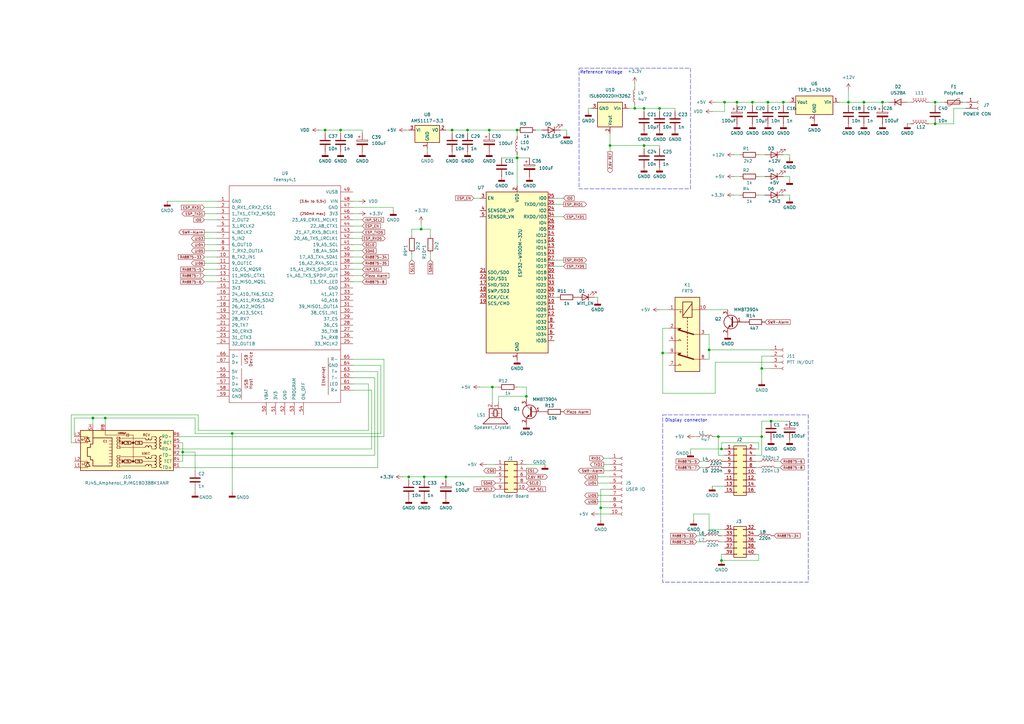
<source format=kicad_sch>
(kicad_sch (version 20250114) (generator "eeschema") (generator_version "9.0")
  (paper "A3")
  (title_block (rev "3.5"))
  (lib_symbols
    (symbol "Conn_02x05_Odd_Even_1" (pin_names (offset 1.016) (hide yes))
      (property "Reference" "J3" (at 1.27 11.43 0))
      (property "Value" "Conn_02x05_Odd_Even" (at 1.27 8.89 0))
      (symbol "Conn_02x05_Odd_Even_1_1_1"
        (pin passive line (at -5.08 5.08 0) (length 3.81) (name "Pin_1") (number "31"))
        (pin passive line (at -5.08 2.54 0) (length 3.81) (name "Pin_3") (number "33"))
        (pin passive line (at -5.08 0 0) (length 3.81) (name "Pin_5") (number "35"))
        (pin passive line (at -5.08 -2.54 0) (length 3.81) (name "Pin_7") (number "37"))
        (pin passive line (at -5.08 -5.08 0) (length 3.81) (name "Pin_9") (number "39"))
        (pin passive line (at 7.62 5.08 180) (length 3.81) (name "Pin_2") (number "32"))
        (pin passive line (at 7.62 2.54 180) (length 3.81) (name "Pin_4") (number "34"))
        (pin passive line (at 7.62 0 180) (length 3.81) (name "Pin_6") (number "36"))
        (pin passive line (at 7.62 -2.54 180) (length 3.81) (name "Pin_8") (number "38"))
        (pin passive line (at 7.62 -5.08 180) (length 3.81) (name "Pin_10") (number "40"))
      )
    )
    (symbol "Connector:Conn_01x02_Socket" (pin_names (offset 1.016) (hide yes))
      (property "Reference" "J" (at 0 2.54 0))
      (property "Value" "Conn_01x02_Socket" (at 0 -5.08 0))
      (symbol "Conn_01x02_Socket_1_1"
        (pin passive line (at -5.08 0 0) (length 3.81) (name "Pin_1") (number "1"))
        (pin passive line (at -5.08 -2.54 0) (length 3.81) (name "Pin_2") (number "2"))
      )
    )
    (symbol "Connector:Conn_01x04_Socket" (pin_names (offset 1.016) (hide yes))
      (property "Reference" "J" (at 0 5.08 0))
      (property "Value" "Conn_01x04_Socket" (at 0 -7.62 0))
      (symbol "Conn_01x04_Socket_1_1"
        (pin passive line (at -5.08 2.54 0) (length 3.81) (name "Pin_1") (number "1"))
        (pin passive line (at -5.08 0 0) (length 3.81) (name "Pin_2") (number "2"))
        (pin passive line (at -5.08 -2.54 0) (length 3.81) (name "Pin_3") (number "3"))
        (pin passive line (at -5.08 -5.08 0) (length 3.81) (name "Pin_4") (number "4"))
      )
    )
    (symbol "Connector:Conn_01x10_Socket" (pin_names (offset 1.016) (hide yes))
      (property "Reference" "J" (at 0 12.7 0))
      (property "Value" "Conn_01x10_Socket" (at 0 -15.24 0))
      (symbol "Conn_01x10_Socket_1_1"
        (pin passive line (at -5.08 10.16 0) (length 3.81) (name "Pin_1") (number "1"))
        (pin passive line (at -5.08 7.62 0) (length 3.81) (name "Pin_2") (number "2"))
        (pin passive line (at -5.08 5.08 0) (length 3.81) (name "Pin_3") (number "3"))
        (pin passive line (at -5.08 2.54 0) (length 3.81) (name "Pin_4") (number "4"))
        (pin passive line (at -5.08 0 0) (length 3.81) (name "Pin_5") (number "5"))
        (pin passive line (at -5.08 -2.54 0) (length 3.81) (name "Pin_6") (number "6"))
        (pin passive line (at -5.08 -5.08 0) (length 3.81) (name "Pin_7") (number "7"))
        (pin passive line (at -5.08 -7.62 0) (length 3.81) (name "Pin_8") (number "8"))
        (pin passive line (at -5.08 -10.16 0) (length 3.81) (name "Pin_9") (number "9"))
        (pin passive line (at -5.08 -12.7 0) (length 3.81) (name "Pin_10") (number "10"))
      )
    )
    (symbol "Connector:RJ45_Amphenol_RJMG1BD3B8K1ANR"
      (property "Reference" "J" (at 18.415 10.16 0))
      (property "Value" "RJ45_Amphenol_RJMG1BD3B8K1ANR" (at -19.05 10.16 0))
      (symbol "RJ45_Amphenol_RJMG1BD3B8K1ANR_0_0"
        (text "XMIT" (at -8.255 1.905 0) (effects (font (size 1.016 1.016)) (justify left)))
        (text "RCV" (at -8.255 -5.715 0) (effects (font (size 1.016 1.016)) (justify left)))
        (text "C1" (at 4.699 6.985 0) (effects (font (size 0.889 0.889))))
        (text "C4" (at 4.699 5.715 0) (effects (font (size 0.889 0.889))))
        (text "C5" (at 4.699 4.445 0) (effects (font (size 0.889 0.889))))
        (text "C2" (at 4.699 3.175 0) (effects (font (size 0.889 0.889))))
        (text "C3" (at 4.699 -0.635 0) (effects (font (size 0.889 0.889))))
        (text "C7" (at 4.699 -1.905 0) (effects (font (size 0.889 0.889))))
        (text "C8" (at 4.699 -3.175 0) (effects (font (size 0.889 0.889))))
        (text "C6" (at 4.699 -4.445 0) (effects (font (size 0.889 0.889))))
        (text "C1" (at 10.16 -3.175 0) (effects (font (size 0.889 0.889))))
      )
      (symbol "RJ45_Amphenol_RJMG1BD3B8K1ANR_1_0"
        (text "1000pF" (at 3.302 -6.477 0) (effects (font (size 0.635 0.635))))
      )
      (symbol "RJ45_Amphenol_RJMG1BD3B8K1ANR_1_1"
        (text "75" (at -3.556 5.08 0) (effects (font (size 0.635 0.635))))
        (text "75" (at -3.556 -2.54 0) (effects (font (size 0.635 0.635))))
        (text "75" (at 1.016 5.08 0) (effects (font (size 0.635 0.635))))
        (text "75" (at 1.016 -2.54 0) (effects (font (size 0.635 0.635))))
        (text "Y" (at 19.558 6.35 0) (effects (font (size 0.635 0.635))))
        (text "G" (at 19.685 -3.81 0) (effects (font (size 0.635 0.635))))
        (pin passive line (at -20.32 7.62 0) (length 2.54) (name "TD+") (number "R1"))
        (pin passive line (at -20.32 5.08 0) (length 2.54) (name "TCT") (number "R4"))
        (pin passive line (at -20.32 2.54 0) (length 2.54) (name "TD-") (number "R2"))
        (pin passive line (at -20.32 0 0) (length 2.54) (name "RD+") (number "R3"))
        (pin passive line (at -20.32 -2.54 0) (length 2.54) (name "RCT") (number "R5"))
        (pin passive line (at -20.32 -5.08 0) (length 2.54) (name "RD-") (number "R6"))
        (pin power_in line (at 10.16 -10.16 90) (length 2.54) (name "") (number "R8"))
        (pin passive line (at 15.24 -10.16 90) (length 2.54) (name "") (number "SH"))
        (pin no_connect line (at 20.32 0 0) (length 0) (hide yes) (name "NC") (number "R7"))
        (pin passive line (at 22.86 7.62 180) (length 2.54) (name "") (number "L1"))
        (pin passive line (at 22.86 5.08 180) (length 2.54) (name "") (number "L2"))
        (pin passive line (at 22.86 -2.54 180) (length 2.54) (name "") (number "L4"))
        (pin passive line (at 22.86 -5.08 180) (length 2.54) (name "") (number "L3"))
      )
    )
    (symbol "Connector_Generic:Conn_02x05_Odd_Even" (pin_names (offset 1.016) (hide yes))
      (property "Reference" "J" (at 1.27 7.62 0))
      (property "Value" "Conn_02x05_Odd_Even" (at 1.27 -7.62 0))
      (symbol "Conn_02x05_Odd_Even_1_1"
        (pin passive line (at -5.08 5.08 0) (length 3.81) (name "Pin_1") (number "1"))
        (pin passive line (at -5.08 2.54 0) (length 3.81) (name "Pin_3") (number "3"))
        (pin passive line (at -5.08 0 0) (length 3.81) (name "Pin_5") (number "5"))
        (pin passive line (at -5.08 -2.54 0) (length 3.81) (name "Pin_7") (number "7"))
        (pin passive line (at -5.08 -5.08 0) (length 3.81) (name "Pin_9") (number "9"))
        (pin passive line (at 7.62 5.08 180) (length 3.81) (name "Pin_2") (number "2"))
        (pin passive line (at 7.62 2.54 180) (length 3.81) (name "Pin_4") (number "4"))
        (pin passive line (at 7.62 0 180) (length 3.81) (name "Pin_6") (number "6"))
        (pin passive line (at 7.62 -2.54 180) (length 3.81) (name "Pin_8") (number "8"))
        (pin passive line (at 7.62 -5.08 180) (length 3.81) (name "Pin_10") (number "10"))
      )
    )
    (symbol "Connector_Generic:Conn_02x08_Odd_Even" (pin_names (offset 1.016) (hide yes))
      (property "Reference" "J" (at 1.27 10.16 0))
      (property "Value" "Conn_02x08_Odd_Even" (at 1.27 -12.7 0))
      (symbol "Conn_02x08_Odd_Even_1_1"
        (pin passive line (at -5.08 7.62 0) (length 3.81) (name "Pin_1") (number "1"))
        (pin passive line (at -5.08 5.08 0) (length 3.81) (name "Pin_3") (number "3"))
        (pin passive line (at -5.08 2.54 0) (length 3.81) (name "Pin_5") (number "5"))
        (pin passive line (at -5.08 0 0) (length 3.81) (name "Pin_7") (number "7"))
        (pin passive line (at -5.08 -2.54 0) (length 3.81) (name "Pin_9") (number "9"))
        (pin passive line (at -5.08 -5.08 0) (length 3.81) (name "Pin_11") (number "11"))
        (pin passive line (at -5.08 -7.62 0) (length 3.81) (name "Pin_13") (number "13"))
        (pin passive line (at -5.08 -10.16 0) (length 3.81) (name "Pin_15") (number "15"))
        (pin passive line (at 7.62 7.62 180) (length 3.81) (name "Pin_2") (number "2"))
        (pin passive line (at 7.62 5.08 180) (length 3.81) (name "Pin_4") (number "4"))
        (pin passive line (at 7.62 2.54 180) (length 3.81) (name "Pin_6") (number "6"))
        (pin passive line (at 7.62 0 180) (length 3.81) (name "Pin_8") (number "8"))
        (pin passive line (at 7.62 -2.54 180) (length 3.81) (name "Pin_10") (number "10"))
        (pin passive line (at 7.62 -5.08 180) (length 3.81) (name "Pin_12") (number "12"))
        (pin passive line (at 7.62 -7.62 180) (length 3.81) (name "Pin_14") (number "14"))
        (pin passive line (at 7.62 -10.16 180) (length 3.81) (name "Pin_16") (number "16"))
      )
    )
    (symbol "Device:C" (pin_numbers (hide yes)) (pin_names (offset 0.254))
      (property "Reference" "C" (at 0.635 2.54 0))
      (property "Value" "C" (at 0.635 -2.54 0))
      (symbol "C_1_1"
        (pin passive line (at 0 3.81 270) (length 2.794) (name "~") (number "1"))
        (pin passive line (at 0 -3.81 90) (length 2.794) (name "~") (number "2"))
      )
    )
    (symbol "Device:C_Polarized" (pin_numbers (hide yes)) (pin_names (offset 0.254))
      (property "Reference" "C" (at 0.635 2.54 0))
      (property "Value" "C_Polarized" (at 0.635 -2.54 0))
      (symbol "C_Polarized_1_1"
        (pin passive line (at 0 3.81 270) (length 2.794) (name "~") (number "1"))
        (pin passive line (at 0 -3.81 90) (length 2.794) (name "~") (number "2"))
      )
    )
    (symbol "Device:L" (pin_numbers (hide yes)) (pin_names (offset 1.016) (hide yes))
      (property "Reference" "L" (at -1.27 0 90))
      (property "Value" "L" (at 1.905 0 90))
      (symbol "L_1_1"
        (pin passive line (at 0 3.81 270) (length 1.27) (name "1") (number "1"))
        (pin passive line (at 0 -3.81 90) (length 1.27) (name "2") (number "2"))
      )
    )
    (symbol "Device:LED" (pin_numbers (hide yes)) (pin_names (offset 1.016) (hide yes))
      (property "Reference" "D" (at 0 2.54 0))
      (property "Value" "LED" (at 0 -2.54 0))
      (symbol "LED_1_1"
        (pin passive line (at -3.81 0 0) (length 2.54) (name "K") (number "1"))
        (pin passive line (at 3.81 0 180) (length 2.54) (name "A") (number "2"))
      )
    )
    (symbol "Device:L_Ferrite" (pin_numbers (hide yes)) (pin_names (offset 1.016) (hide yes))
      (property "Reference" "L" (at -1.27 0 90))
      (property "Value" "L_Ferrite" (at 2.794 0 90))
      (symbol "L_Ferrite_1_1"
        (pin passive line (at 0 3.81 270) (length 1.27) (name "1") (number "1"))
        (pin passive line (at 0 -3.81 90) (length 1.27) (name "2") (number "2"))
      )
    )
    (symbol "Device:Polyfuse" (pin_numbers (hide yes)) (pin_names (offset 0))
      (property "Reference" "F" (at -2.54 0 90))
      (property "Value" "Polyfuse" (at 2.54 0 90))
      (symbol "Polyfuse_1_1"
        (pin passive line (at 0 3.81 270) (length 1.27) (name "~") (number "1"))
        (pin passive line (at 0 -3.81 90) (length 1.27) (name "~") (number "2"))
      )
    )
    (symbol "Device:Speaker_Crystal" (pin_names (offset 0) (hide yes))
      (property "Reference" "LS" (at 0.635 5.715 0))
      (property "Value" "Speaker_Crystal" (at 0.635 3.81 0))
      (symbol "Speaker_Crystal_1_1"
        (pin input line (at -5.08 0 0) (length 2.54) (name "1") (number "1"))
        (pin input line (at -5.08 -2.54 0) (length 2.54) (name "2") (number "2"))
      )
    )
    (symbol "Diode:US2BA" (pin_numbers (hide yes)) (pin_names (hide yes))
      (property "Reference" "D" (at 0 2.54 0))
      (property "Value" "US2BA" (at 0 -2.54 0))
      (symbol "US2BA_1_1"
        (pin passive line (at -3.81 0 0) (length 2.54) (name "K") (number "1"))
        (pin passive line (at 3.81 0 180) (length 2.54) (name "A") (number "2"))
      )
    )
    (symbol "RF_Module:ESP32-WROOM-32"
      (property "Reference" "U" (at -12.7 34.29 0))
      (property "Value" "ESP32-WROOM-32" (at 1.27 34.29 0))
      (symbol "ESP32-WROOM-32_1_1"
        (pin input line (at -15.24 30.48 0) (length 2.54) (name "EN") (number "3"))
        (pin input line (at -15.24 25.4 0) (length 2.54) (name "SENSOR_VP") (number "4"))
        (pin input line (at -15.24 22.86 0) (length 2.54) (name "SENSOR_VN") (number "5"))
        (pin bidirectional line (at -15.24 0 0) (length 2.54) (name "SDO/SD0") (number "21"))
        (pin bidirectional line (at -15.24 -2.54 0) (length 2.54) (name "SDI/SD1") (number "22"))
        (pin bidirectional line (at -15.24 -5.08 0) (length 2.54) (name "SHD/SD2") (number "17"))
        (pin bidirectional line (at -15.24 -7.62 0) (length 2.54) (name "SWP/SD3") (number "18"))
        (pin bidirectional line (at -15.24 -10.16 0) (length 2.54) (name "SCK/CLK") (number "20"))
        (pin bidirectional line (at -15.24 -12.7 0) (length 2.54) (name "SCS/CMD") (number "19"))
        (pin no_connect line (at -12.7 -27.94 0) (length 2.54) (hide yes) (name "NC") (number "32"))
        (pin power_in line (at 0 35.56 270) (length 2.54) (name "VDD") (number "2"))
        (pin power_in line (at 0 -35.56 90) (length 2.54) (name "GND") (number "1"))
        (pin passive line (at 0 -35.56 90) (length 2.54) (hide yes) (name "GND") (number "15"))
        (pin passive line (at 0 -35.56 90) (length 2.54) (hide yes) (name "GND") (number "38"))
        (pin passive line (at 0 -35.56 90) (length 2.54) (hide yes) (name "GND") (number "39"))
        (pin bidirectional line (at 15.24 30.48 180) (length 2.54) (name "IO0") (number "25"))
        (pin bidirectional line (at 15.24 27.94 180) (length 2.54) (name "TXD0/IO1") (number "35"))
        (pin bidirectional line (at 15.24 25.4 180) (length 2.54) (name "IO2") (number "24"))
        (pin bidirectional line (at 15.24 22.86 180) (length 2.54) (name "RXD0/IO3") (number "34"))
        (pin bidirectional line (at 15.24 20.32 180) (length 2.54) (name "IO4") (number "26"))
        (pin bidirectional line (at 15.24 17.78 180) (length 2.54) (name "IO5") (number "29"))
        (pin bidirectional line (at 15.24 15.24 180) (length 2.54) (name "IO12") (number "14"))
        (pin bidirectional line (at 15.24 12.7 180) (length 2.54) (name "IO13") (number "16"))
        (pin bidirectional line (at 15.24 10.16 180) (length 2.54) (name "IO14") (number "13"))
        (pin bidirectional line (at 15.24 7.62 180) (length 2.54) (name "IO15") (number "23"))
        (pin bidirectional line (at 15.24 5.08 180) (length 2.54) (name "IO16") (number "27"))
        (pin bidirectional line (at 15.24 2.54 180) (length 2.54) (name "IO17") (number "28"))
        (pin bidirectional line (at 15.24 0 180) (length 2.54) (name "IO18") (number "30"))
        (pin bidirectional line (at 15.24 -2.54 180) (length 2.54) (name "IO19") (number "31"))
        (pin bidirectional line (at 15.24 -5.08 180) (length 2.54) (name "IO21") (number "33"))
        (pin bidirectional line (at 15.24 -7.62 180) (length 2.54) (name "IO22") (number "36"))
        (pin bidirectional line (at 15.24 -10.16 180) (length 2.54) (name "IO23") (number "37"))
        (pin bidirectional line (at 15.24 -12.7 180) (length 2.54) (name "IO25") (number "10"))
        (pin bidirectional line (at 15.24 -15.24 180) (length 2.54) (name "IO26") (number "11"))
        (pin bidirectional line (at 15.24 -17.78 180) (length 2.54) (name "IO27") (number "12"))
        (pin bidirectional line (at 15.24 -20.32 180) (length 2.54) (name "IO32") (number "8"))
        (pin bidirectional line (at 15.24 -22.86 180) (length 2.54) (name "IO33") (number "9"))
        (pin input line (at 15.24 -25.4 180) (length 2.54) (name "IO34") (number "6"))
        (pin input line (at 15.24 -27.94 180) (length 2.54) (name "IO35") (number "7"))
      )
    )
    (symbol "Reference_Voltage:ISL21070CIH325Z-TK"
      (property "Reference" "U" (at -0.635 8.255 0))
      (property "Value" "ISL21070CIH325Z-TK" (at -1.905 6.35 0))
      (symbol "ISL21070CIH325Z-TK_1_1"
        (pin power_in line (at -2.54 7.62 270) (length 2.54) (name "Vin") (number "1"))
        (pin power_in line (at -2.54 -7.62 90) (length 2.54) (name "GND") (number "3"))
        (pin power_out line (at 7.62 0 180) (length 2.54) (name "Vout") (number "2"))
      )
    )
    (symbol "Regulator_Linear:AMS1117-3.3"
      (property "Reference" "U" (at -3.81 3.175 0))
      (property "Value" "AMS1117-3.3" (at 0 3.175 0))
      (symbol "AMS1117-3.3_1_1"
        (pin power_in line (at -7.62 0 0) (length 2.54) (name "VI") (number "3"))
        (pin power_in line (at 0 -7.62 90) (length 2.54) (name "GND") (number "1"))
        (pin power_out line (at 7.62 0 180) (length 2.54) (name "VO") (number "2"))
      )
    )
    (symbol "Regulator_Switching:TSR_1-24150"
      (property "Reference" "U" (at -7.62 6.35 0))
      (property "Value" "TSR_1-24150" (at -1.27 6.35 0))
      (symbol "TSR_1-24150_1_1"
        (pin power_in line (at -10.16 2.54 0) (length 2.54) (name "Vin") (number "1"))
        (pin power_in line (at 0 -5.08 90) (length 2.54) (name "GND") (number "2"))
        (pin power_out line (at 10.16 2.54 180) (length 2.54) (name "Vout") (number "3"))
      )
    )
    (symbol "Relay:FRT5"
      (property "Reference" "K" (at 16.51 3.81 0))
      (property "Value" "FRT5" (at 16.51 1.27 0))
      (symbol "FRT5_0_0"
        (text "+" (at -9.271 2.921 0) (effects (font (size 1.27 1.27))))
      )
      (symbol "FRT5_1_1"
        (pin passive line (at -10.16 7.62 270) (length 2.54) (name "~") (number "1"))
        (pin passive line (at -10.16 -7.62 90) (length 2.54) (name "~") (number "10"))
        (pin passive line (at -2.54 7.62 270) (length 2.54) (name "~") (number "2"))
        (pin passive line (at 0 -7.62 90) (length 2.54) (name "~") (number "3"))
        (pin passive line (at 2.54 7.62 270) (length 2.54) (name "~") (number "4"))
        (pin passive line (at 7.62 7.62 270) (length 2.54) (name "~") (number "9"))
        (pin passive line (at 10.16 -7.62 90) (length 2.54) (name "~") (number "8"))
        (pin passive line (at 12.7 7.62 270) (length 2.54) (name "~") (number "7"))
      )
    )
    (symbol "Transistor_BJT:MMBT3904" (pin_names (offset 0) (hide yes))
      (property "Reference" "Q" (at 5.08 1.905 0))
      (property "Value" "MMBT3904" (at 5.08 0 0))
      (symbol "MMBT3904_1_1"
        (pin input line (at -5.08 0 0) (length 5.715) (name "B") (number "1"))
        (pin passive line (at 2.54 5.08 270) (length 2.54) (name "C") (number "3"))
        (pin passive line (at 2.54 -5.08 90) (length 2.54) (name "E") (number "2"))
      )
    )
    (symbol "dual_rotary_encoder_switch:R" (pin_numbers (hide yes)) (pin_names (offset 0))
      (property "Reference" "R" (at 2.032 0 90))
      (property "Value" "R" (at 0 0 90))
      (symbol "R_1_1"
        (pin passive line (at 0 3.81 270) (length 1.27) (name "~") (number "1"))
        (pin passive line (at 0 -3.81 90) (length 1.27) (name "~") (number "2"))
      )
    )
    (symbol "power:+12V" (power) (pin_numbers (hide yes)) (pin_names (offset 0) (hide yes))
      (property "Value" "+12V" (at 0 3.556 0))
      (symbol "+12V_1_1"
        (pin power_in line (at 0 0 90) (length 0) (name "~") (number "1"))
      )
    )
    (symbol "power:+3.3V" (power) (pin_numbers (hide yes)) (pin_names (offset 0) (hide yes))
      (property "Value" "+3.3V" (at 0 3.556 0))
      (symbol "+3.3V_1_1"
        (pin power_in line (at 0 0 90) (length 0) (name "~") (number "1"))
      )
    )
    (symbol "power:+5V" (power) (pin_numbers (hide yes)) (pin_names (offset 0) (hide yes))
      (property "Value" "+5V" (at 0 3.556 0))
      (symbol "+5V_1_1"
        (pin power_in line (at 0 0 90) (length 0) (name "~") (number "1"))
      )
    )
    (symbol "power:GNDD" (power) (pin_numbers (hide yes)) (pin_names (offset 0) (hide yes))
      (property "Value" "GNDD" (at 0 -3.175 0))
      (symbol "GNDD_1_1"
        (pin power_in line (at 0 0 270) (length 0) (name "~") (number "1"))
      )
    )
    (symbol "power:VDD" (power) (pin_numbers (hide yes)) (pin_names (offset 0) (hide yes))
      (property "Value" "VDD" (at 0 3.556 0))
      (symbol "VDD_1_1"
        (pin power_in line (at 0 0 90) (length 0) (name "~") (number "1"))
      )
    )
    (symbol "teensy:Teensy4.1" (pin_names (offset 1.016))
      (property "Reference" "U" (at 0 64.77 0))
      (property "Value" "Teensy4.1" (at 0 62.23 0))
      (symbol "Teensy4.1_0_0"
        (text "USB" (at -15.875 -10.16 900) (effects (font (size 1.27 1.27))))
        (text "USB" (at -15.875 -20.32 900) (effects (font (size 1.27 1.27))))
        (text "Device" (at -13.97 -10.16 900) (effects (font (size 1.27 1.27))))
        (text "Host" (at -13.97 -20.32 900) (effects (font (size 1.27 1.27))))
        (text "(3.6v to 5.5v)" (at 11.43 54.61 0) (effects (font (size 1.016 1.016))))
        (text "(250mA max)" (at 11.43 49.53 0) (effects (font (size 1.016 1.016))))
        (text "Ethernet" (at 15.875 -17.145 900) (effects (font (size 1.27 1.27))))
        (pin bidirectional line (at -27.94 44.45 0) (length 5.08) (name "3_LRCLK2") (number "5"))
        (pin bidirectional line (at -27.94 41.91 0) (length 5.08) (name "4_BCLK2") (number "6"))
        (pin bidirectional line (at -27.94 39.37 0) (length 5.08) (name "5_IN2") (number "7"))
        (pin bidirectional line (at -27.94 36.83 0) (length 5.08) (name "6_OUT1D") (number "8"))
        (pin bidirectional line (at -27.94 34.29 0) (length 5.08) (name "7_RX2_OUT1A") (number "9"))
        (pin bidirectional line (at -27.94 31.75 0) (length 5.08) (name "8_TX2_IN1") (number "10"))
        (pin bidirectional line (at -27.94 29.21 0) (length 5.08) (name "9_OUT1C") (number "11"))
        (pin bidirectional line (at -27.94 26.67 0) (length 5.08) (name "10_CS_MQSR") (number "12"))
        (pin bidirectional line (at -27.94 24.13 0) (length 5.08) (name "11_MOSI_CTX1") (number "13"))
        (pin bidirectional line (at -27.94 21.59 0) (length 5.08) (name "12_MISO_MQSL") (number "14"))
        (pin power_in line (at -27.94 19.05 0) (length 5.08) (name "3V3") (number "15"))
        (pin bidirectional line (at -27.94 16.51 0) (length 5.08) (name "24_A10_TX6_SCL2") (number "16"))
        (pin bidirectional line (at -27.94 13.97 0) (length 5.08) (name "25_A11_RX6_SDA2") (number "17"))
        (pin bidirectional line (at -27.94 11.43 0) (length 5.08) (name "26_A12_MOSI1") (number "18"))
        (pin bidirectional line (at -27.94 8.89 0) (length 5.08) (name "27_A13_SCK1") (number "19"))
        (pin bidirectional line (at -27.94 6.35 0) (length 5.08) (name "28_RX7") (number "20"))
        (pin bidirectional line (at -27.94 3.81 0) (length 5.08) (name "29_TX7") (number "21"))
        (pin bidirectional line (at -27.94 1.27 0) (length 5.08) (name "30_CRX3") (number "22"))
        (pin bidirectional line (at -27.94 -1.27 0) (length 5.08) (name "31_CTX3") (number "23"))
        (pin bidirectional line (at -27.94 -3.81 0) (length 5.08) (name "32_OUT1B") (number "24"))
        (pin bidirectional line (at -27.94 -8.89 0) (length 5.08) (name "D-") (number "66"))
        (pin bidirectional line (at -27.94 -11.43 0) (length 5.08) (name "D+") (number "67"))
        (pin power_out line (at -27.94 -15.24 0) (length 5.08) (name "5V") (number "55"))
        (pin bidirectional line (at -27.94 -17.78 0) (length 5.08) (name "D-") (number "56"))
        (pin bidirectional line (at -27.94 -20.32 0) (length 5.08) (name "D+") (number "57"))
        (pin power_in line (at -27.94 -22.86 0) (length 5.08) (name "GND") (number "58"))
        (pin power_in line (at -27.94 -25.4 0) (length 5.08) (name "GND") (number "59"))
        (pin power_in line (at -7.62 -33.02 90) (length 5.08) (name "VBAT") (number "50"))
        (pin power_in line (at -3.81 -33.02 90) (length 5.08) (name "3V3") (number "51"))
        (pin input line (at 0 -33.02 90) (length 5.08) (name "GND") (number "52"))
        (pin input line (at 3.81 -33.02 90) (length 5.08) (name "PROGRAM") (number "53"))
        (pin input line (at 7.62 -33.02 90) (length 5.08) (name "ON_OFF") (number "54"))
        (pin power_out line (at 27.94 58.42 180) (length 5.08) (name "VUSB") (number "49"))
        (pin power_in line (at 27.94 54.61 180) (length 5.08) (name "VIN") (number "48"))
        (pin output line (at 27.94 52.07 180) (length 5.08) (name "GND") (number "47"))
        (pin output line (at 27.94 49.53 180) (length 5.08) (name "3V3") (number "46"))
        (pin bidirectional line (at 27.94 46.99 180) (length 5.08) (name "23_A9_CRX1_MCLK1") (number "45"))
        (pin bidirectional line (at 27.94 44.45 180) (length 5.08) (name "22_A8_CTX1") (number "44"))
        (pin bidirectional line (at 27.94 41.91 180) (length 5.08) (name "21_A7_RX5_BCLK1") (number "43"))
        (pin bidirectional line (at 27.94 39.37 180) (length 5.08) (name "20_A6_TX5_LRCLK1") (number "42"))
        (pin bidirectional line (at 27.94 36.83 180) (length 5.08) (name "19_A5_SCL") (number "41"))
        (pin bidirectional line (at 27.94 34.29 180) (length 5.08) (name "18_A4_SDA") (number "40"))
        (pin bidirectional line (at 27.94 31.75 180) (length 5.08) (name "17_A3_TX4_SDA1") (number "39"))
        (pin bidirectional line (at 27.94 29.21 180) (length 5.08) (name "16_A2_RX4_SCL1") (number "38"))
        (pin bidirectional line (at 27.94 26.67 180) (length 5.08) (name "15_A1_RX3_SPDIF_IN") (number "37"))
        (pin bidirectional line (at 27.94 24.13 180) (length 5.08) (name "14_A0_TX3_SPDIF_OUT") (number "36"))
        (pin bidirectional line (at 27.94 21.59 180) (length 5.08) (name "13_SCK_LED") (number "35"))
        (pin bidirectional line (at 27.94 16.51 180) (length 5.08) (name "41_A17") (number "33"))
        (pin bidirectional line (at 27.94 13.97 180) (length 5.08) (name "40_A16") (number "32"))
        (pin bidirectional line (at 27.94 11.43 180) (length 5.08) (name "39_MISO1_OUT1A") (number "31"))
        (pin bidirectional line (at 27.94 8.89 180) (length 5.08) (name "38_CS1_IN1") (number "30"))
        (pin bidirectional line (at 27.94 6.35 180) (length 5.08) (name "37_CS") (number "29"))
        (pin bidirectional line (at 27.94 3.81 180) (length 5.08) (name "36_CS") (number "28"))
        (pin bidirectional line (at 27.94 1.27 180) (length 5.08) (name "35_TX8") (number "27"))
        (pin bidirectional line (at 27.94 -1.27 180) (length 5.08) (name "34_RX8") (number "26"))
        (pin bidirectional line (at 27.94 -3.81 180) (length 5.08) (name "33_MCLK2") (number "25"))
        (pin bidirectional line (at 27.94 -10.16 180) (length 5.08) (name "R-") (number "65"))
        (pin power_in line (at 27.94 -12.7 180) (length 5.08) (name "GND") (number "64"))
        (pin bidirectional line (at 27.94 -15.24 180) (length 5.08) (name "T+") (number "63"))
        (pin bidirectional line (at 27.94 -17.78 180) (length 5.08) (name "T-") (number "62"))
        (pin bidirectional line (at 27.94 -20.32 180) (length 5.08) (name "LED") (number "61"))
        (pin bidirectional line (at 27.94 -22.86 180) (length 5.08) (name "R+") (number "60"))
      )
      (symbol "Teensy4.1_1_1"
        (pin power_in line (at -27.94 54.61 0) (length 5.08) (name "GND") (number "1"))
        (pin bidirectional line (at -27.94 52.07 0) (length 5.08) (name "0_RX1_CRX2_CS1") (number "2"))
        (pin bidirectional line (at -27.94 49.53 0) (length 5.08) (name "1_TX1_CTX2_MISO1") (number "3"))
        (pin bidirectional line (at -27.94 46.99 0) (length 5.08) (name "2_OUT2") (number "4"))
        (pin power_in line (at 27.94 19.05 180) (length 5.08) (name "GND") (number "34"))
      )
    )
  )
  (rectangle (start 271.78 170.18) (end 331.47 238.76) (stroke (width 0) (type dash)))
  (rectangle (start 237.49 27.94) (end 283.21 77.47) (stroke (width 0) (type dash)))
  (text "Display connector" (at 281.432 172.466 0) (effects (font (size 1.27 1.27))))
  (text "Reference Voltage" (at 246.634 29.718 0) (effects (font (size 1.27 1.27))))
  (junction (at 295.91 229.87))
  (junction (at 361.95 41.91))
  (junction (at 191.77 53.34))
  (junction (at 314.96 41.91))
  (junction (at 294.64 179.07))
  (junction (at 316.23 172.72))
  (junction (at 264.16 59.69))
  (junction (at 182.88 195.58))
  (junction (at 312.42 179.07))
  (junction (at 74.93 185.42))
  (junction (at 290.83 143.51))
  (junction (at 38.1 171.45))
  (junction (at 200.66 53.34))
  (junction (at 260.35 44.45))
  (junction (at 354.33 41.91))
  (junction (at 308.61 41.91))
  (junction (at 295.91 184.15))
  (junction (at 201.93 158.75))
  (junction (at 246.38 208.28))
  (junction (at 212.09 53.34))
  (junction (at 321.31 41.91))
  (junction (at 212.09 64.77))
  (junction (at 95.25 177.8))
  (junction (at 172.72 93.98))
  (junction (at 302.26 41.91))
  (junction (at 383.54 41.91))
  (junction (at 271.78 144.78))
  (junction (at 250.19 59.69))
  (junction (at 347.98 41.91))
  (junction (at 312.42 151.13))
  (junction (at 133.35 53.34))
  (junction (at 215.9 162.56))
  (junction (at 383.54 50.8))
  (junction (at 264.16 44.45))
  (junction (at 139.7 53.34))
  (junction (at 270.51 44.45))
  (junction (at 173.99 195.58))
  (junction (at 167.64 195.58))
  (junction (at 297.18 41.91))
  (junction (at 185.42 53.34))
  (junction (at 43.18 171.45))
  (wire (pts (xy 383.54 41.91) (xy 383.54 43.18)))
  (wire (pts (xy 212.09 158.75) (xy 215.9 158.75)))
  (wire (pts (xy 246.38 200.66) (xy 246.38 208.28)))
  (wire (pts (xy 264.16 59.69) (xy 270.51 59.69)))
  (wire (pts (xy 243.84 121.92) (xy 245.11 121.92)))
  (wire (pts (xy 227.33 121.92) (xy 228.6 121.92)))
  (wire (pts (xy 43.18 171.45) (xy 80.01 171.45)))
  (wire (pts (xy 245.11 205.74) (xy 250.19 205.74)))
  (wire (pts (xy 156.21 177.8) (xy 95.25 177.8)))
  (wire (pts (xy 144.78 87.63) (xy 147.32 87.63)))
  (wire (pts (xy 227.33 106.68) (xy 231.14 106.68)))
  (wire (pts (xy 297.18 45.72) (xy 297.18 41.91)))
  (wire (pts (xy 148.59 110.49) (xy 144.78 110.49)))
  (wire (pts (xy 241.3 44.45) (xy 241.3 45.72)))
  (wire (pts (xy 139.7 53.34) (xy 139.7 54.61)))
  (wire (pts (xy 293.37 148.59) (xy 293.37 161.29)))
  (wire (pts (xy 250.19 54.61) (xy 250.19 59.69)))
  (wire (pts (xy 300.99 80.01) (xy 303.53 80.01)))
  (wire (pts (xy 295.91 229.87) (xy 311.15 229.87)))
  (wire (pts (xy 314.96 41.91) (xy 314.96 43.18)))
  (wire (pts (xy 323.85 63.5) (xy 323.85 64.77)))
  (wire (pts (xy 166.37 53.34) (xy 167.64 53.34)))
  (wire (pts (xy 152.4 160.02) (xy 152.4 184.15)))
  (wire (pts (xy 74.93 185.42) (xy 74.93 181.61)))
  (wire (pts (xy 312.42 146.05) (xy 312.42 151.13)))
  (wire (pts (xy 318.77 189.23) (xy 320.04 189.23)))
  (wire (pts (xy 347.98 41.91) (xy 354.33 41.91)))
  (wire (pts (xy 148.59 102.87) (xy 144.78 102.87)))
  (wire (pts (xy 83.82 87.63) (xy 88.9 87.63)))
  (wire (pts (xy 83.82 90.17) (xy 88.9 90.17)))
  (wire (pts (xy 361.95 41.91) (xy 361.95 43.18)))
  (wire (pts (xy 212.09 64.77) (xy 212.09 76.2)))
  (wire (pts (xy 292.1 45.72) (xy 297.18 45.72)))
  (wire (pts (xy 290.83 147.32) (xy 290.83 143.51)))
  (wire (pts (xy 290.83 143.51) (xy 316.23 143.51)))
  (wire (pts (xy 321.31 80.01) (xy 323.85 80.01)))
  (wire (pts (xy 383.54 50.8) (xy 391.16 50.8)))
  (wire (pts (xy 148.59 115.57) (xy 144.78 115.57)))
  (wire (pts (xy 73.66 186.69) (xy 153.67 186.69)))
  (wire (pts (xy 391.16 44.45) (xy 396.24 44.45)))
  (wire (pts (xy 312.42 179.07) (xy 312.42 172.72)))
  (wire (pts (xy 295.91 227.33) (xy 295.91 229.87)))
  (wire (pts (xy 148.59 100.33) (xy 144.78 100.33)))
  (wire (pts (xy 289.56 137.16) (xy 290.83 137.16)))
  (wire (pts (xy 293.37 179.07) (xy 294.64 179.07)))
  (wire (pts (xy 347.98 36.83) (xy 347.98 41.91)))
  (wire (pts (xy 43.18 173.99) (xy 43.18 171.45)))
  (wire (pts (xy 173.99 195.58) (xy 173.99 196.85)))
  (wire (pts (xy 95.25 177.8) (xy 80.01 177.8)))
  (wire (pts (xy 271.78 161.29) (xy 293.37 161.29)))
  (wire (pts (xy 148.59 53.34) (xy 148.59 54.61)))
  (wire (pts (xy 323.85 41.91) (xy 321.31 41.91)))
  (wire (pts (xy 387.35 41.91) (xy 383.54 41.91)))
  (wire (pts (xy 83.82 107.95) (xy 88.9 107.95)))
  (wire (pts (xy 167.64 195.58) (xy 173.99 195.58)))
  (wire (pts (xy 245.11 195.58) (xy 250.19 195.58)))
  (wire (pts (xy 246.38 208.28) (xy 246.38 213.36)))
  (wire (pts (xy 38.1 171.45) (xy 30.48 171.45)))
  (wire (pts (xy 83.82 105.41) (xy 88.9 105.41)))
  (wire (pts (xy 157.48 147.32) (xy 144.78 147.32)))
  (wire (pts (xy 30.48 181.61) (xy 29.21 181.61)))
  (wire (pts (xy 83.82 113.03) (xy 88.9 113.03)))
  (wire (pts (xy 144.78 149.86) (xy 156.21 149.86)))
  (wire (pts (xy 157.48 179.07) (xy 157.48 147.32)))
  (wire (pts (xy 144.78 95.25) (xy 148.59 95.25)))
  (wire (pts (xy 289.56 127) (xy 298.45 127)))
  (wire (pts (xy 74.93 185.42) (xy 80.01 185.42)))
  (wire (pts (xy 227.33 81.28) (xy 231.14 81.28)))
  (wire (pts (xy 30.48 171.45) (xy 30.48 179.07)))
  (wire (pts (xy 156.21 149.86) (xy 156.21 177.8)))
  (wire (pts (xy 250.19 200.66) (xy 246.38 200.66)))
  (wire (pts (xy 74.93 189.23) (xy 74.93 185.42)))
  (wire (pts (xy 354.33 41.91) (xy 354.33 43.18)))
  (wire (pts (xy 182.88 195.58) (xy 182.88 196.85)))
  (wire (pts (xy 83.82 85.09) (xy 88.9 85.09)))
  (wire (pts (xy 242.57 44.45) (xy 241.3 44.45)))
  (wire (pts (xy 311.15 191.77) (xy 309.88 191.77)))
  (wire (pts (xy 144.78 82.55) (xy 147.32 82.55)))
  (wire (pts (xy 215.9 158.75) (xy 215.9 162.56)))
  (wire (pts (xy 229.87 53.34) (xy 232.41 53.34)))
  (wire (pts (xy 151.13 157.48) (xy 144.78 157.48)))
  (wire (pts (xy 323.85 80.01) (xy 323.85 81.28)))
  (wire (pts (xy 290.83 210.82) (xy 290.83 217.17)))
  (wire (pts (xy 321.31 63.5) (xy 323.85 63.5)))
  (wire (pts (xy 295.91 222.25) (xy 297.18 222.25)))
  (wire (pts (xy 245.11 198.12) (xy 250.19 198.12)))
  (wire (pts (xy 311.15 227.33) (xy 309.88 227.33)))
  (wire (pts (xy 302.26 41.91) (xy 302.26 43.18)))
  (wire (pts (xy 232.41 53.34) (xy 232.41 54.61)))
  (wire (pts (xy 83.82 102.87) (xy 88.9 102.87)))
  (wire (pts (xy 83.82 115.57) (xy 88.9 115.57)))
  (wire (pts (xy 165.1 195.58) (xy 167.64 195.58)))
  (wire (pts (xy 247.65 190.5) (xy 250.19 190.5)))
  (wire (pts (xy 182.88 53.34) (xy 185.42 53.34)))
  (wire (pts (xy 250.19 59.69) (xy 250.19 62.23)))
  (wire (pts (xy 270.51 127) (xy 274.32 127)))
  (wire (pts (xy 284.48 213.36) (xy 284.48 210.82)))
  (wire (pts (xy 212.09 63.5) (xy 212.09 64.77)))
  (wire (pts (xy 294.64 186.69) (xy 294.64 179.07)))
  (wire (pts (xy 144.78 97.79) (xy 148.59 97.79)))
  (wire (pts (xy 271.78 144.78) (xy 274.32 144.78)))
  (wire (pts (xy 257.81 44.45) (xy 260.35 44.45)))
  (wire (pts (xy 289.56 189.23) (xy 287.02 189.23)))
  (wire (pts (xy 144.78 113.03) (xy 148.59 113.03)))
  (wire (pts (xy 302.26 41.91) (xy 308.61 41.91)))
  (wire (pts (xy 83.82 97.79) (xy 88.9 97.79)))
  (wire (pts (xy 74.93 181.61) (xy 73.66 181.61)))
  (wire (pts (xy 38.1 171.45) (xy 38.1 173.99)))
  (wire (pts (xy 391.16 50.8) (xy 391.16 44.45)))
  (wire (pts (xy 318.77 191.77) (xy 320.04 191.77)))
  (wire (pts (xy 289.56 191.77) (xy 287.02 191.77)))
  (wire (pts (xy 81.28 176.53) (xy 151.13 176.53)))
  (wire (pts (xy 227.33 83.82) (xy 231.14 83.82)))
  (wire (pts (xy 284.48 210.82) (xy 290.83 210.82)))
  (wire (pts (xy 264.16 44.45) (xy 270.51 44.45)))
  (wire (pts (xy 276.86 44.45) (xy 276.86 45.72)))
  (wire (pts (xy 264.16 44.45) (xy 264.16 45.72)))
  (wire (pts (xy 271.78 144.78) (xy 271.78 161.29)))
  (wire (pts (xy 133.35 53.34) (xy 133.35 54.61)))
  (wire (pts (xy 361.95 41.91) (xy 364.49 41.91)))
  (wire (pts (xy 144.78 92.71) (xy 148.59 92.71)))
  (wire (pts (xy 172.72 93.98) (xy 168.91 93.98)))
  (wire (pts (xy 245.11 210.82) (xy 250.19 210.82)))
  (wire (pts (xy 196.85 158.75) (xy 201.93 158.75)))
  (wire (pts (xy 290.83 143.51) (xy 290.83 137.16)))
  (wire (pts (xy 151.13 176.53) (xy 151.13 157.48)))
  (wire (pts (xy 295.91 181.61) (xy 295.91 184.15)))
  (wire (pts (xy 260.35 44.45) (xy 264.16 44.45)))
  (wire (pts (xy 321.31 72.39) (xy 323.85 72.39)))
  (wire (pts (xy 321.31 41.91) (xy 321.31 43.18)))
  (wire (pts (xy 172.72 91.44) (xy 172.72 93.98)))
  (wire (pts (xy 270.51 44.45) (xy 276.86 44.45)))
  (wire (pts (xy 191.77 53.34) (xy 191.77 54.61)))
  (wire (pts (xy 270.51 44.45) (xy 270.51 45.72)))
  (wire (pts (xy 212.09 64.77) (xy 217.17 64.77)))
  (wire (pts (xy 311.15 184.15) (xy 309.88 184.15)))
  (wire (pts (xy 394.97 41.91) (xy 396.24 41.91)))
  (wire (pts (xy 175.26 62.23) (xy 175.26 60.96)))
  (wire (pts (xy 311.15 72.39) (xy 313.69 72.39)))
  (wire (pts (xy 133.35 53.34) (xy 139.7 53.34)))
  (wire (pts (xy 247.65 193.04) (xy 250.19 193.04)))
  (wire (pts (xy 245.11 203.2) (xy 250.19 203.2)))
  (wire (pts (xy 312.42 172.72) (xy 316.23 172.72)))
  (wire (pts (xy 153.67 186.69) (xy 153.67 154.94)))
  (wire (pts (xy 219.71 53.34) (xy 222.25 53.34)))
  (wire (pts (xy 148.59 105.41) (xy 144.78 105.41)))
  (wire (pts (xy 311.15 189.23) (xy 309.88 189.23)))
  (wire (pts (xy 80.01 200.66) (xy 80.01 201.93)))
  (wire (pts (xy 167.64 195.58) (xy 167.64 196.85)))
  (wire (pts (xy 300.99 63.5) (xy 303.53 63.5)))
  (wire (pts (xy 204.47 162.56) (xy 215.9 162.56)))
  (wire (pts (xy 144.78 152.4) (xy 154.94 152.4)))
  (wire (pts (xy 201.93 158.75) (xy 201.93 165.1)))
  (wire (pts (xy 83.82 100.33) (xy 88.9 100.33)))
  (wire (pts (xy 152.4 184.15) (xy 73.66 184.15)))
  (wire (pts (xy 245.11 121.92) (xy 245.11 123.19)))
  (wire (pts (xy 300.99 72.39) (xy 303.53 72.39)))
  (wire (pts (xy 264.16 59.69) (xy 264.16 60.96)))
  (wire (pts (xy 215.9 190.5) (xy 223.52 190.5)))
  (wire (pts (xy 297.18 184.15) (xy 295.91 184.15)))
  (wire (pts (xy 283.21 184.15) (xy 295.91 184.15)))
  (wire (pts (xy 247.65 187.96) (xy 250.19 187.96)))
  (wire (pts (xy 295.91 181.61) (xy 311.15 181.61)))
  (wire (pts (xy 260.35 43.18) (xy 260.35 44.45)))
  (wire (pts (xy 154.94 191.77) (xy 73.66 191.77)))
  (wire (pts (xy 295.91 219.71) (xy 297.18 219.71)))
  (wire (pts (xy 176.53 96.52) (xy 176.53 93.98)))
  (wire (pts (xy 311.15 63.5) (xy 313.69 63.5)))
  (wire (pts (xy 80.01 185.42) (xy 80.01 193.04)))
  (wire (pts (xy 323.85 72.39) (xy 323.85 73.66)))
  (wire (pts (xy 344.17 41.91) (xy 347.98 41.91)))
  (wire (pts (xy 289.56 147.32) (xy 290.83 147.32)))
  (wire (pts (xy 200.66 53.34) (xy 212.09 53.34)))
  (wire (pts (xy 372.11 50.8) (xy 373.38 50.8)))
  (wire (pts (xy 227.33 88.9) (xy 231.14 88.9)))
  (wire (pts (xy 148.59 107.95) (xy 144.78 107.95)))
  (wire (pts (xy 373.38 41.91) (xy 372.11 41.91)))
  (wire (pts (xy 381 50.8) (xy 383.54 50.8)))
  (wire (pts (xy 308.61 41.91) (xy 314.96 41.91)))
  (wire (pts (xy 297.18 41.91) (xy 302.26 41.91)))
  (wire (pts (xy 311.15 229.87) (xy 311.15 227.33)))
  (wire (pts (xy 312.42 151.13) (xy 312.42 156.21)))
  (wire (pts (xy 204.47 165.1) (xy 204.47 162.56)))
  (wire (pts (xy 205.74 64.77) (xy 212.09 64.77)))
  (wire (pts (xy 292.1 199.39) (xy 297.18 199.39)))
  (wire (pts (xy 154.94 152.4) (xy 154.94 191.77)))
  (wire (pts (xy 29.21 181.61) (xy 29.21 170.18)))
  (wire (pts (xy 161.29 85.09) (xy 161.29 86.36)))
  (wire (pts (xy 283.21 184.15) (xy 283.21 185.42)))
  (wire (pts (xy 246.38 208.28) (xy 250.19 208.28)))
  (wire (pts (xy 215.9 162.56) (xy 215.9 163.83)))
  (wire (pts (xy 182.88 195.58) (xy 203.2 195.58)))
  (wire (pts (xy 271.78 134.62) (xy 271.78 144.78)))
  (wire (pts (xy 316.23 146.05) (xy 312.42 146.05)))
  (wire (pts (xy 270.51 59.69) (xy 270.51 60.96)))
  (wire (pts (xy 212.09 53.34) (xy 212.09 55.88)))
  (wire (pts (xy 81.28 170.18) (xy 81.28 176.53)))
  (wire (pts (xy 95.25 177.8) (xy 95.25 201.93)))
  (wire (pts (xy 312.42 179.07) (xy 312.42 186.69)))
  (wire (pts (xy 168.91 106.68) (xy 168.91 104.14)))
  (wire (pts (xy 308.61 41.91) (xy 308.61 43.18)))
  (wire (pts (xy 227.33 109.22) (xy 231.14 109.22)))
  (wire (pts (xy 250.19 59.69) (xy 264.16 59.69)))
  (wire (pts (xy 297.18 186.69) (xy 294.64 186.69)))
  (wire (pts (xy 29.21 170.18) (xy 81.28 170.18)))
  (wire (pts (xy 144.78 160.02) (xy 152.4 160.02)))
  (wire (pts (xy 83.82 95.25) (xy 88.9 95.25)))
  (wire (pts (xy 199.39 190.5) (xy 203.2 190.5)))
  (wire (pts (xy 83.82 110.49) (xy 88.9 110.49)))
  (wire (pts (xy 204.47 158.75) (xy 201.93 158.75)))
  (wire (pts (xy 73.66 179.07) (xy 157.48 179.07)))
  (wire (pts (xy 173.99 195.58) (xy 182.88 195.58)))
  (wire (pts (xy 288.29 222.25) (xy 285.75 222.25)))
  (wire (pts (xy 293.37 41.91) (xy 297.18 41.91)))
  (wire (pts (xy 316.23 148.59) (xy 293.37 148.59)))
  (wire (pts (xy 176.53 93.98) (xy 172.72 93.98)))
  (wire (pts (xy 80.01 171.45) (xy 80.01 177.8)))
  (wire (pts (xy 316.23 172.72) (xy 323.85 172.72)))
  (wire (pts (xy 73.66 189.23) (xy 74.93 189.23)))
  (wire (pts (xy 176.53 106.68) (xy 176.53 104.14)))
  (wire (pts (xy 168.91 93.98) (xy 168.91 96.52)))
  (wire (pts (xy 200.66 53.34) (xy 200.66 54.61)))
  (wire (pts (xy 191.77 53.34) (xy 200.66 53.34)))
  (wire (pts (xy 194.31 81.28) (xy 196.85 81.28)))
  (wire (pts (xy 290.83 217.17) (xy 297.18 217.17)))
  (wire (pts (xy 144.78 85.09) (xy 161.29 85.09)))
  (wire (pts (xy 354.33 41.91) (xy 361.95 41.91)))
  (wire (pts (xy 139.7 53.34) (xy 148.59 53.34)))
  (wire (pts (xy 312.42 151.13) (xy 316.23 151.13)))
  (wire (pts (xy 347.98 41.91) (xy 347.98 43.18)))
  (wire (pts (xy 297.18 227.33) (xy 295.91 227.33)))
  (wire (pts (xy 185.42 53.34) (xy 185.42 54.61)))
  (wire (pts (xy 311.15 181.61) (xy 311.15 184.15)))
  (wire (pts (xy 274.32 134.62) (xy 271.78 134.62)))
  (wire (pts (xy 260.35 34.29) (xy 260.35 35.56)))
  (wire (pts (xy 311.15 80.01) (xy 313.69 80.01)))
  (wire (pts (xy 383.54 41.91) (xy 381 41.91)))
  (wire (pts (xy 294.64 179.07) (xy 312.42 179.07)))
  (wire (pts (xy 68.58 82.55) (xy 88.9 82.55)))
  (wire (pts (xy 185.42 53.34) (xy 191.77 53.34)))
  (wire (pts (xy 153.67 154.94) (xy 144.78 154.94)))
  (wire (pts (xy 43.18 171.45) (xy 38.1 171.45)))
  (wire (pts (xy 288.29 219.71) (xy 285.75 219.71)))
  (wire (pts (xy 130.81 53.34) (xy 133.35 53.34)))
  (wire (pts (xy 314.96 41.91) (xy 321.31 41.91)))
  (wire (pts (xy 144.78 90.17) (xy 148.59 90.17)))
  (wire (pts (xy 284.48 179.07) (xy 285.75 179.07)))
  (wire (pts (xy 312.42 186.69) (xy 309.88 186.69)))
  (global_label "UI04" (shape output) (at 245.11 198.12 180) (effects (font (size 1 1))) (property "Intersheetrefs" "${INTERSHEET_REFS}" (effects (hide yes))))
  (global_label "RA8875-33" (shape input) (at 83.82 105.41 180) (effects (font (size 1 1))) (property "Intersheetrefs" "${INTERSHEET_REFS}" (effects (hide yes))))
  (global_label "TXD1" (shape output) (at 247.65 190.5 180) (effects (font (size 1 1))) (property "Intersheetrefs" "${INTERSHEET_REFS}" (effects (hide yes))))
  (global_label "ESP_RXD5" (shape output) (at 148.59 97.79 0) (effects (font (size 1 1))) (property "Intersheetrefs" "${INTERSHEET_REFS}" (effects (hide yes))))
  (global_label "RA8875-8" (shape input) (at 320.04 191.77 0) (effects (font (size 1 1))) (property "Intersheetrefs" "${INTERSHEET_REFS}" (effects (hide yes))))
  (global_label "ESP_RXD1" (shape input) (at 83.82 85.09 180) (effects (font (size 1 1))) (property "Intersheetrefs" "${INTERSHEET_REFS}" (effects (hide yes))))
  (global_label "SCL0" (shape input) (at 168.91 106.68 270) (effects (font (size 1 1))) (property "Intersheetrefs" "${INTERSHEET_REFS}" (effects (hide yes))))
  (global_label "RA8875-8" (shape input) (at 148.59 115.57 0) (effects (font (size 1 1))) (property "Intersheetrefs" "${INTERSHEET_REFS}" (effects (hide yes))))
  (global_label "2,6V REF" (shape output) (at 250.19 62.23 270) (effects (font (size 1 1))) (property "Intersheetrefs" "${INTERSHEET_REFS}" (effects (hide yes))))
  (global_label "RA8875-33" (shape input) (at 285.75 219.71 180) (effects (font (size 1 1))) (property "Intersheetrefs" "${INTERSHEET_REFS}" (effects (hide yes))))
  (global_label "CS1" (shape output) (at 215.9 193.04 0) (effects (font (size 1 1))) (property "Intersheetrefs" "${INTERSHEET_REFS}" (effects (hide yes))))
  (global_label "INP_SEL2" (shape input) (at 148.59 90.17 0) (effects (font (size 1 1))) (property "Intersheetrefs" "${INTERSHEET_REFS}" (effects (hide yes))))
  (global_label "SWR-Alarm" (shape output) (at 247.65 193.04 180) (effects (font (size 1 1))) (property "Intersheetrefs" "${INTERSHEET_REFS}" (effects (hide yes))))
  (global_label "ESP_TXD5" (shape input) (at 148.59 95.25 0) (effects (font (size 1 1))) (property "Intersheetrefs" "${INTERSHEET_REFS}" (effects (hide yes))))
  (global_label "UI04" (shape output) (at 83.82 100.33 180) (effects (font (size 1 1))) (property "Intersheetrefs" "${INTERSHEET_REFS}" (effects (hide yes))))
  (global_label "IO0" (shape input) (at 231.14 81.28 0) (effects (font (size 1 1))) (property "Intersheetrefs" "${INTERSHEET_REFS}" (effects (hide yes))))
  (global_label "RA8875-7" (shape input) (at 287.02 191.77 180) (effects (font (size 1 1))) (property "Intersheetrefs" "${INTERSHEET_REFS}" (effects (hide yes))))
  (global_label "RA8875-35" (shape input) (at 148.59 107.95 0) (effects (font (size 1 1))) (property "Intersheetrefs" "${INTERSHEET_REFS}" (effects (hide yes))))
  (global_label "ESP_EN" (shape input) (at 194.31 81.28 180) (effects (font (size 1 1))) (property "Intersheetrefs" "${INTERSHEET_REFS}" (effects (hide yes))))
  (global_label "SWR-Alarm" (shape output) (at 83.82 95.25 180) (effects (font (size 1 1))) (property "Intersheetrefs" "${INTERSHEET_REFS}" (effects (hide yes))))
  (global_label "UI05" (shape output) (at 83.82 102.87 180) (effects (font (size 1 1))) (property "Intersheetrefs" "${INTERSHEET_REFS}" (effects (hide yes))))
  (global_label "ESP_RXD1" (shape output) (at 231.14 83.82 0) (effects (font (size 1 1))) (property "Intersheetrefs" "${INTERSHEET_REFS}" (effects (hide yes))))
  (global_label "Piezo Alarm" (shape input) (at 231.14 168.91 0) (effects (font (size 1 1))) (property "Intersheetrefs" "${INTERSHEET_REFS}" (effects (hide yes))))
  (global_label "INP_SEL2" (shape input) (at 203.2 200.66 180) (effects (font (size 1 1))) (property "Intersheetrefs" "${INTERSHEET_REFS}" (effects (hide yes))))
  (global_label "SDA0" (shape input) (at 148.59 102.87 0) (effects (font (size 1 1))) (property "Intersheetrefs" "${INTERSHEET_REFS}" (effects (hide yes))))
  (global_label "UI03" (shape output) (at 83.82 97.79 180) (effects (font (size 1 1))) (property "Intersheetrefs" "${INTERSHEET_REFS}" (effects (hide yes))))
  (global_label "RA8875-35" (shape input) (at 285.75 222.25 180) (effects (font (size 1 1))) (property "Intersheetrefs" "${INTERSHEET_REFS}" (effects (hide yes))))
  (global_label "RA8875-34" (shape input) (at 317.5 219.71 0) (effects (font (size 1 1))) (property "Intersheetrefs" "${INTERSHEET_REFS}" (effects (hide yes))))
  (global_label "ESP_TXD1" (shape output) (at 83.82 87.63 180) (effects (font (size 1 1))) (property "Intersheetrefs" "${INTERSHEET_REFS}" (effects (hide yes))))
  (global_label "ESP_TXD1" (shape input) (at 231.14 88.9 0) (effects (font (size 1 1))) (property "Intersheetrefs" "${INTERSHEET_REFS}" (effects (hide yes))))
  (global_label "RA8875-34" (shape input) (at 148.59 105.41 0) (effects (font (size 1 1))) (property "Intersheetrefs" "${INTERSHEET_REFS}" (effects (hide yes))))
  (global_label "RA8875-6" (shape input) (at 83.82 115.57 180) (effects (font (size 1 1))) (property "Intersheetrefs" "${INTERSHEET_REFS}" (effects (hide yes))))
  (global_label "RA8875-5" (shape input) (at 83.82 110.49 180) (effects (font (size 1 1))) (property "Intersheetrefs" "${INTERSHEET_REFS}" (effects (hide yes))))
  (global_label "RA8875-6" (shape input) (at 320.04 189.23 0) (effects (font (size 1 1))) (property "Intersheetrefs" "${INTERSHEET_REFS}" (effects (hide yes))))
  (global_label "INP_SEL" (shape input) (at 215.9 200.66 0) (effects (font (size 1 1))) (property "Intersheetrefs" "${INTERSHEET_REFS}" (effects (hide yes))))
  (global_label "INP_SEL" (shape input) (at 148.59 110.49 0) (effects (font (size 1 1))) (property "Intersheetrefs" "${INTERSHEET_REFS}" (effects (hide yes))))
  (global_label "Piezo Alarm" (shape input) (at 148.59 113.03 0) (effects (font (size 1 1))) (property "Intersheetrefs" "${INTERSHEET_REFS}" (effects (hide yes))))
  (global_label "RXD1" (shape input) (at 247.65 187.96 180) (effects (font (size 1 1))) (property "Intersheetrefs" "${INTERSHEET_REFS}" (effects (hide yes))))
  (global_label "SWR-Alarm" (shape input) (at 313.69 132.08 0) (effects (font (size 1 1))) (property "Intersheetrefs" "${INTERSHEET_REFS}" (effects (hide yes))))
  (global_label "UI03" (shape output) (at 245.11 195.58 180) (effects (font (size 1 1))) (property "Intersheetrefs" "${INTERSHEET_REFS}" (effects (hide yes))))
  (global_label "CS0" (shape output) (at 203.2 193.04 180) (effects (font (size 1 1))) (property "Intersheetrefs" "${INTERSHEET_REFS}" (effects (hide yes))))
  (global_label "UI05" (shape output) (at 245.11 203.2 180) (effects (font (size 1 1))) (property "Intersheetrefs" "${INTERSHEET_REFS}" (effects (hide yes))))
  (global_label "ESP_EN" (shape input) (at 148.59 92.71 0) (effects (font (size 1 1))) (property "Intersheetrefs" "${INTERSHEET_REFS}" (effects (hide yes))))
  (global_label "SCL0" (shape input) (at 215.9 198.12 0) (effects (font (size 1 1))) (property "Intersheetrefs" "${INTERSHEET_REFS}" (effects (hide yes))))
  (global_label "UI06" (shape output) (at 83.82 107.95 180) (effects (font (size 1 1))) (property "Intersheetrefs" "${INTERSHEET_REFS}" (effects (hide yes))))
  (global_label "ESP_TXD5" (shape input) (at 231.14 109.22 0) (effects (font (size 1 1))) (property "Intersheetrefs" "${INTERSHEET_REFS}" (effects (hide yes))))
  (global_label "UI06" (shape output) (at 245.11 205.74 180) (effects (font (size 1 1))) (property "Intersheetrefs" "${INTERSHEET_REFS}" (effects (hide yes))))
  (global_label "IO0" (shape input) (at 83.82 90.17 180) (effects (font (size 1 1))) (property "Intersheetrefs" "${INTERSHEET_REFS}" (effects (hide yes))))
  (global_label "ESP_RXD5" (shape output) (at 231.14 106.68 0) (effects (font (size 1 1))) (property "Intersheetrefs" "${INTERSHEET_REFS}" (effects (hide yes))))
  (global_label "RA8875-7" (shape input) (at 83.82 113.03 180) (effects (font (size 1 1))) (property "Intersheetrefs" "${INTERSHEET_REFS}" (effects (hide yes))))
  (global_label "RA8875-5" (shape input) (at 287.02 189.23 180) (effects (font (size 1 1))) (property "Intersheetrefs" "${INTERSHEET_REFS}" (effects (hide yes))))
  (global_label "2,6V REF" (shape output) (at 215.9 195.58 0) (effects (font (size 1 1))) (property "Intersheetrefs" "${INTERSHEET_REFS}" (effects (hide yes))))
  (global_label "SCL0" (shape input) (at 148.59 100.33 0) (effects (font (size 1 1))) (property "Intersheetrefs" "${INTERSHEET_REFS}" (effects (hide yes))))
  (global_label "SDA0" (shape input) (at 176.53 106.68 270) (effects (font (size 1 1))) (property "Intersheetrefs" "${INTERSHEET_REFS}" (effects (hide yes))))
  (global_label "SDA0" (shape input) (at 203.2 198.12 180) (effects (font (size 1 1))) (property "Intersheetrefs" "${INTERSHEET_REFS}" (effects (hide yes))))
  (symbol (lib_id "Device:C") (at 314.96 46.99 180) (unit 1)
    (property "Reference" "C17" (at 316.23 44.45 0) (effects (justify right)))
    (property "Value" "10n" (at 316.23 49.53 0) (effects (justify right)))
    (property "Footprint" "Capacitor_SMD:C_1206_3216Metric_Pad1.33x1.80mm_HandSolder" (effects (hide yes)))
    (property "Description" "Unpolarized capacitor" (effects (hide yes)))
  )
  (symbol (lib_id "power:+5V") (at 284.48 179.07 90) (unit 1)
    (property "Reference" "#PWR05" (effects (hide yes)))
    (property "Value" "+5V" (at 280.67 179.0699 90) (effects (justify left)))
    (property "Description" "Power symbol creates a global label with name \"+5V\"" (effects (hide yes)))
  )
  (symbol (lib_id "power:VDD") (at 147.32 82.55 270) (unit 1)
    (property "Reference" "#PWR038" (effects (hide yes)))
    (property "Value" "VDD" (at 151.13 82.5499 90) (effects (justify left)))
    (property "Description" "Power symbol creates a global label with name \"VDD\"" (effects (hide yes)))
  )
  (symbol (lib_id "Device:C") (at 173.99 200.66 180) (unit 1)
    (property "Reference" "C33" (at 175.26 198.12 0) (effects (justify right)))
    (property "Value" "1n" (at 175.26 203.2 0) (effects (justify right)))
    (property "Footprint" "Capacitor_SMD:C_1206_3216Metric_Pad1.33x1.80mm_HandSolder" (effects (hide yes)))
    (property "Description" "Unpolarized capacitor" (effects (hide yes)))
  )
  (symbol (lib_id "power:GNDD") (at 95.25 201.93 0) (unit 1)
    (property "Reference" "#PWR017" (effects (hide yes)))
    (property "Value" "GNDD" (at 99.568 203.962 0))
    (property "Description" "Power symbol creates a global label with name \"GNDD\" , digital ground" (effects (hide yes)))
  )
  (symbol (lib_id "power:GNDD") (at 191.77 62.23 0) (unit 1)
    (property "Reference" "#PWR068" (effects (hide yes)))
    (property "Value" "GNDD" (at 191.77 66.04 0))
    (property "Description" "Power symbol creates a global label with name \"GNDD\" , digital ground" (effects (hide yes)))
  )
  (symbol (lib_id "Device:C") (at 191.77 58.42 180) (unit 1)
    (property "Reference" "C29" (at 193.04 55.88 0) (effects (justify right)))
    (property "Value" "1n" (at 193.04 60.96 0) (effects (justify right)))
    (property "Footprint" "Capacitor_SMD:C_1206_3216Metric_Pad1.33x1.80mm_HandSolder" (effects (hide yes)))
    (property "Description" "Unpolarized capacitor" (effects (hide yes)))
  )
  (symbol (lib_id "power:GNDD") (at 246.38 213.36 0) (unit 1)
    (property "Reference" "#PWR032" (effects (hide yes)))
    (property "Value" "GNDD" (at 246.38 217.17 0))
    (property "Description" "Power symbol creates a global label with name \"GNDD\" , digital ground" (effects (hide yes)))
  )
  (symbol (lib_id "Device:LED") (at 317.5 80.01 180) (unit 1)
    (property "Reference" "D6" (at 316.23 77.47 0))
    (property "Value" "+3V3" (at 317.5 82.55 0))
    (property "Footprint" "LED_SMD:LED_0805_2012Metric" (effects (hide yes)))
    (property "Description" "Light emitting diode" (effects (hide yes)))
  )
  (symbol (lib_id "Device:Speaker_Crystal") (at 204.47 170.18 270) (unit 1)
    (property "Reference" "LS1" (at 195.58 170.18 90) (effects (justify left)))
    (property "Value" "Speaker_Crystal" (at 194.31 175.26 90) (effects (justify left)))
    (property "Footprint" "Buzzer_Beeper:Buzzer_TDK_PS1240P02BT_D12.2mm_H6.5mm" (effects (hide yes)))
    (property "Description" "Crystal speaker/transducer" (effects (hide yes)))
  )
  (symbol (lib_id "power:GNDD") (at 167.64 204.47 0) (unit 1)
    (property "Reference" "#PWR070" (effects (hide yes)))
    (property "Value" "GNDD" (at 167.64 208.28 0))
    (property "Description" "Power symbol creates a global label with name \"GNDD\" , digital ground" (effects (hide yes)))
  )
  (symbol (lib_id "power:GNDD") (at 241.3 45.72 0) (unit 1)
    (property "Reference" "#PWR052" (effects (hide yes)))
    (property "Value" "GNDD" (at 241.3 49.53 0))
    (property "Description" "Power symbol creates a global label with name \"GNDD\" , digital ground" (effects (hide yes)))
  )
  (symbol (lib_name "Conn_02x05_Odd_Even_1") (lib_id "Connector_Generic:Conn_02x05_Odd_Even") (at 302.26 222.25 0) (unit 1)
    (property "Reference" "J3" (at 303.022 213.868 0))
    (property "Value" "Conn_02x05_Odd_Even" (effects (hide yes)))
    (property "Footprint" "Connector_IDC:IDC-Header_2x05_P2.54mm_Vertical" (effects (hide yes)))
    (property "Description" "Generic connector, double row, 02x05, odd/even pin numbering scheme (row 1 odd numbers, row 2 even numbers), script generated (kicad-library-utils/schlib/autogen/connector/)" (effects (hide yes)))
  )
  (symbol (lib_id "power:GNDD") (at 217.17 72.39 0) (unit 1)
    (property "Reference" "#PWR074" (effects (hide yes)))
    (property "Value" "GNDD" (at 217.17 76.2 0))
    (property "Description" "Power symbol creates a global label with name \"GNDD\" , digital ground" (effects (hide yes)))
  )
  (symbol (lib_id "power:GNDD") (at 200.66 62.23 0) (unit 1)
    (property "Reference" "#PWR069" (effects (hide yes)))
    (property "Value" "GNDD" (at 200.66 66.04 0))
    (property "Description" "Power symbol creates a global label with name \"GNDD\" , digital ground" (effects (hide yes)))
  )
  (symbol (lib_id "Device:C") (at 185.42 58.42 180) (unit 1)
    (property "Reference" "C28" (at 186.69 55.88 0) (effects (justify right)))
    (property "Value" "10n" (at 186.69 60.96 0) (effects (justify right)))
    (property "Footprint" "Capacitor_SMD:C_1206_3216Metric_Pad1.33x1.80mm_HandSolder" (effects (hide yes)))
    (property "Description" "Unpolarized capacitor" (effects (hide yes)))
  )
  (symbol (lib_id "Device:C_Polarized") (at 323.85 176.53 0) (unit 1)
    (property "Reference" "C35" (at 323.85 173.99 0) (effects (justify left)))
    (property "Value" "100uF" (at 324.358 178.816 0) (effects (justify left)))
    (property "Footprint" "Capacitor_SMD:CP_Elec_8x11.9" (effects (hide yes)))
    (property "Description" "Polarized capacitor" (effects (hide yes)))
  )
  (symbol (lib_id "power:GNDD") (at 68.58 82.55 0) (unit 1)
    (property "Reference" "#PWR030" (effects (hide yes)))
    (property "Value" "GNDD" (at 68.58 86.36 0))
    (property "Description" "Power symbol creates a global label with name \"GNDD\" , digital ground" (effects (hide yes)))
  )
  (symbol (lib_id "power:GNDD") (at 347.98 50.8 0) (unit 1)
    (property "Reference" "#PWR044" (effects (hide yes)))
    (property "Value" "GNDD" (at 347.98 54.61 0))
    (property "Description" "Power symbol creates a global label with name \"GNDD\" , digital ground" (effects (hide yes)))
  )
  (symbol (lib_id "Device:L") (at 293.37 191.77 270) (mirror x) (unit 1)
    (property "Reference" "L5" (at 289.306 193.04 90))
    (property "Value" "220n" (at 293.878 193.04 90))
    (property "Footprint" "Inductor_SMD:L_1206_3216Metric_Pad1.42x1.75mm_HandSolder" (effects (hide yes)))
    (property "Description" "Inductor" (effects (hide yes)))
  )
  (symbol (lib_id "power:GNDD") (at 302.26 50.8 0) (unit 1)
    (property "Reference" "#PWR060" (effects (hide yes)))
    (property "Value" "GNDD" (at 302.26 54.61 0))
    (property "Description" "Power symbol creates a global label with name \"GNDD\" , digital ground" (effects (hide yes)))
  )
  (symbol (lib_id "Regulator_Switching:TSR_1-24150") (at 334.01 44.45 0) (mirror y) (unit 1)
    (property "Reference" "U6" (at 334.01 34.29 0))
    (property "Value" "TSR_1-24150" (at 334.01 36.83 0))
    (property "Footprint" "Converter_DCDC:Converter_DCDC_TRACO_TSR-1_THT" (effects (hide yes)))
    (property "Datasheet" "http://www.tracopower.com/products/tsr1.pdf" (effects (hide yes)))
    (property "Description" "1A step-down regulator module, fixed 15V output voltage, 8-36V input voltage, -40°C to +85°C temperature range, TO-220 compatible LM78xx replacement" (effects (hide yes)))
  )
  (symbol (lib_id "Device:LED") (at 240.03 121.92 180) (unit 1)
    (property "Reference" "D1" (at 238.76 119.38 0))
    (property "Value" "Wifi_EN" (at 240.03 124.46 0))
    (property "Footprint" "LED_SMD:LED_0805_2012Metric" (effects (hide yes)))
    (property "Description" "Light emitting diode" (effects (hide yes)))
  )
  (symbol (lib_id "Transistor_BJT:MMBT3904") (at 218.44 168.91 0) (mirror y) (unit 1)
    (property "Reference" "Q1" (at 213.36 167.64 0) (effects (justify left)))
    (property "Value" "MMBT3904" (at 228.6 163.83 0) (effects (justify left)))
    (property "Footprint" "Package_TO_SOT_SMD:SOT-23" (effects (hide yes)))
    (property "Datasheet" "https://www.onsemi.com/pdf/datasheet/pzt3904-d.pdf" (effects (hide yes)))
    (property "Description" "0.2A Ic, 40V Vce, Small Signal NPN Transistor, SOT-23" (effects (hide yes)))
  )
  (symbol (lib_id "Regulator_Linear:AMS1117-3.3") (at 175.26 53.34 0) (unit 1)
    (property "Reference" "U8" (at 175.26 46.99 0))
    (property "Value" "AMS1117-3.3" (at 175.26 49.53 0))
    (property "Footprint" "Package_TO_SOT_SMD:SOT-223-3_TabPin2" (effects (hide yes)))
    (property "Datasheet" "http://www.advanced-monolithic.com/pdf/ds1117.pdf" (effects (hide yes)))
    (property "Description" "1A Low Dropout regulator, positive, 3.3V fixed output, SOT-223" (effects (hide yes)))
  )
  (symbol (lib_id "Device:C") (at 270.51 49.53 180) (unit 1)
    (property "Reference" "C22" (at 271.78 46.99 0) (effects (justify right)))
    (property "Value" "10n" (at 271.78 52.07 0) (effects (justify right)))
    (property "Footprint" "Capacitor_SMD:C_1206_3216Metric_Pad1.33x1.80mm_HandSolder" (effects (hide yes)))
    (property "Description" "Unpolarized capacitor" (effects (hide yes)))
  )
  (symbol (lib_id "power:+3.3V") (at 165.1 195.58 90) (unit 1)
    (property "Reference" "#PWR03" (effects (hide yes)))
    (property "Value" "+3.3V" (at 158.496 195.58 90))
    (property "Description" "Power symbol creates a global label with name \"+3.3V\"" (effects (hide yes)))
  )
  (symbol (lib_id "Diode:US2BA") (at 368.3 41.91 0) (unit 1)
    (property "Reference" "D2" (at 368.3 35.56 0))
    (property "Value" "US2BA" (at 368.3 38.1 0))
    (property "Footprint" "Diode_SMD:D_SMA" (effects (hide yes)))
    (property "Datasheet" "https://www.onsemi.com/pub/Collateral/US2AA-D.PDF" (effects (hide yes)))
    (property "Description" "100V, 1.5A, General Purpose Rectifier Diode, SMA(DO-214AC)" (effects (hide yes)))
    (property "Sim.Device" "D" (effects (hide yes)))
    (property "Sim.Pins" "1=K 2=A" (effects (hide yes)))
  )
  (symbol (lib_id "Connector:RJ45_Amphenol_RJMG1BD3B8K1ANR") (at 53.34 184.15 180) (unit 1)
    (property "Reference" "J10" (at 52.07 195.58 0))
    (property "Value" "RJ45_Amphenol_RJMG1BD3B8K1ANR" (at 52.07 198.12 0))
    (property "Footprint" "Connector_RJ:RJ45_Amphenol_RJMG1BD3B8K1ANR" (effects (hide yes)))
    (property "Datasheet" "https://www.amphenol-cs.com/media/wysiwyg/files/drawing/rjmg1bd3b8k1anr.pdf" (effects (hide yes)))
    (property "Description" "1 Port RJ45 Magjack Connector Through Hole 10/100 Base-T, AutoMDIX" (effects (hide yes)))
  )
  (symbol (lib_id "Connector_Generic:Conn_02x05_Odd_Even") (at 208.28 195.58 0) (unit 1)
    (property "Reference" "J1" (at 209.296 187.96 0))
    (property "Value" "Extender Board" (at 209.55 203.454 0))
    (property "Footprint" "Connector_PinHeader_2.54mm:PinHeader_2x05_P2.54mm_Vertical" (effects (hide yes)))
    (property "Description" "Generic connector, double row, 02x05, odd/even pin numbering scheme (row 1 odd numbers, row 2 even numbers), script generated (kicad-library-utils/schlib/autogen/connector/)" (effects (hide yes)))
  )
  (symbol (lib_id "power:GNDD") (at 334.01 49.53 0) (unit 1)
    (property "Reference" "#PWR040" (effects (hide yes)))
    (property "Value" "GNDD" (at 334.01 53.34 0))
    (property "Description" "Power symbol creates a global label with name \"GNDD\" , digital ground" (effects (hide yes)))
  )
  (symbol (lib_id "Device:C_Polarized") (at 361.95 46.99 0) (unit 1)
    (property "Reference" "C26" (at 362.204 44.45 0) (effects (justify left)))
    (property "Value" "100uF" (at 362.712 49.53 0) (effects (justify left)))
    (property "Footprint" "Capacitor_SMD:CP_Elec_8x11.9" (effects (hide yes)))
    (property "Description" "Polarized capacitor" (effects (hide yes)))
  )
  (symbol (lib_id "Device:C_Polarized") (at 148.59 58.42 0) (unit 1)
    (property "Reference" "C39" (at 152.4 56.2609 0) (effects (justify left)))
    (property "Value" "100uF" (at 152.4 58.8009 0) (effects (justify left)))
    (property "Footprint" "Capacitor_SMD:CP_Elec_8x11.9" (effects (hide yes)))
    (property "Description" "Polarized capacitor" (effects (hide yes)))
  )
  (symbol (lib_id "power:+5V") (at 166.37 53.34 90) (unit 1)
    (property "Reference" "#PWR065" (effects (hide yes)))
    (property "Value" "+5V" (at 162.56 53.3399 90) (effects (justify left)))
    (property "Description" "Power symbol creates a global label with name \"+5V\"" (effects (hide yes)))
  )
  (symbol (lib_id "power:GNDD") (at 308.61 50.8 0) (unit 1)
    (property "Reference" "#PWR046" (effects (hide yes)))
    (property "Value" "GNDD" (at 308.61 54.61 0))
    (property "Description" "Power symbol creates a global label with name \"GNDD\" , digital ground" (effects (hide yes)))
  )
  (symbol (lib_id "Device:L") (at 313.69 219.71 90) (unit 1)
    (property "Reference" "L8" (at 312.928 218.186 90))
    (property "Value" "220n" (at 313.69 220.726 90))
    (property "Footprint" "Inductor_SMD:L_1206_3216Metric_Pad1.42x1.75mm_HandSolder" (effects (hide yes)))
    (property "Description" "Inductor" (effects (hide yes)))
  )
  (symbol (lib_id "power:GNDD") (at 276.86 53.34 0) (unit 1)
    (property "Reference" "#PWR051" (effects (hide yes)))
    (property "Value" "GNDD" (at 276.86 57.15 0))
    (property "Description" "Power symbol creates a global label with name \"GNDD\" , digital ground" (effects (hide yes)))
  )
  (symbol (lib_id "dual_rotary_encoder_switch:R") (at 168.91 100.33 0) (unit 1)
    (property "Reference" "R9*1" (at 166.37 100.33 90) (effects (justify right)))
    (property "Value" "2k2" (at 171.45 99.06 90) (effects (justify right)))
    (property "Footprint" "Resistor_SMD:R_0805_2012Metric_Pad1.20x1.40mm_HandSolder" (effects (hide yes)))
    (property "Description" "Resistor" (effects (hide yes)))
  )
  (symbol (lib_id "power:GNDD") (at 185.42 62.23 0) (unit 1)
    (property "Reference" "#PWR067" (effects (hide yes)))
    (property "Value" "GNDD" (at 185.42 66.04 0))
    (property "Description" "Power symbol creates a global label with name \"GNDD\" , digital ground" (effects (hide yes)))
  )
  (symbol (lib_id "RF_Module:ESP32-WROOM-32") (at 212.09 111.76 0) (unit 1)
    (property "Reference" "U7" (at 195.834 76.962 0) (effects (justify left)))
    (property "Value" "ESP32-WROOM-32U" (at 213.36 113.792 90) (effects (justify left)))
    (property "Footprint" "RF_Module:ESP32-WROOM-32" (effects (hide yes)))
    (property "Datasheet" "https://www.espressif.com/sites/default/files/documentation/esp32-wroom-32_datasheet_en.pdf" (effects (hide yes)))
    (property "Description" "RF Module, ESP32-D0WDQ6 SoC, Wi-Fi 802.11b/g/n, Bluetooth, BLE, 32-bit, 2.7-3.6V, onboard antenna, SMD" (effects (hide yes)))
  )
  (symbol (lib_id "Device:L") (at 289.56 179.07 270) (mirror x) (unit 1)
    (property "Reference" "L1" (at 287.782 177.546 90))
    (property "Value" "4u7" (at 289.306 180.086 90))
    (property "Footprint" "Inductor_SMD:L_1206_3216Metric_Pad1.42x1.75mm_HandSolder" (effects (hide yes)))
    (property "Description" "Inductor" (effects (hide yes)))
  )
  (symbol (lib_id "Device:C") (at 80.01 196.85 180) (unit 1)
    (property "Reference" "C2" (at 81.28 194.31 0) (effects (justify right)))
    (property "Value" "1n" (at 81.28 199.39 0) (effects (justify right)))
    (property "Footprint" "Capacitor_SMD:C_1206_3216Metric_Pad1.33x1.80mm_HandSolder" (effects (hide yes)))
    (property "Description" "Unpolarized capacitor" (effects (hide yes)))
  )
  (symbol (lib_id "power:GNDD") (at 223.52 190.5 0) (unit 1)
    (property "Reference" "#PWR01" (effects (hide yes)))
    (property "Value" "GNDD" (at 221.234 189.484 0))
    (property "Description" "Power symbol creates a global label with name \"GNDD\" , digital ground" (effects (hide yes)))
  )
  (symbol (lib_id "power:+3.3V") (at 147.32 87.63 270) (unit 1)
    (property "Reference" "#PWR037" (effects (hide yes)))
    (property "Value" "+3.3V" (at 151.13 87.6299 90) (effects (justify left)))
    (property "Description" "Power symbol creates a global label with name \"+3.3V\"" (effects (hide yes)))
  )
  (symbol (lib_id "power:+12V") (at 300.99 63.5 90) (unit 1)
    (property "Reference" "#PWR014" (effects (hide yes)))
    (property "Value" "+12V" (at 297.18 63.4999 90) (effects (justify left)))
    (property "Description" "Power symbol creates a global label with name \"+12V\"" (effects (hide yes)))
  )
  (symbol (lib_id "dual_rotary_encoder_switch:R") (at 176.53 100.33 0) (unit 1)
    (property "Reference" "R10*1" (at 173.99 100.33 90) (effects (justify right)))
    (property "Value" "2k2" (at 179.07 99.06 90) (effects (justify right)))
    (property "Footprint" "Resistor_SMD:R_0805_2012Metric_Pad1.20x1.40mm_HandSolder" (effects (hide yes)))
    (property "Description" "Resistor" (effects (hide yes)))
  )
  (symbol (lib_id "Device:C") (at 347.98 46.99 180) (unit 1)
    (property "Reference" "C18" (at 349.25 44.45 0) (effects (justify right)))
    (property "Value" "10n" (at 349.25 49.53 0) (effects (justify right)))
    (property "Footprint" "Capacitor_SMD:C_1206_3216Metric_Pad1.33x1.80mm_HandSolder" (effects (hide yes)))
    (property "Description" "Unpolarized capacitor" (effects (hide yes)))
  )
  (symbol (lib_id "Device:C") (at 383.54 46.99 180) (unit 1)
    (property "Reference" "C40" (at 384.81 44.45 0) (effects (justify right)))
    (property "Value" "10n" (at 384.81 49.53 0) (effects (justify right)))
    (property "Footprint" "Capacitor_SMD:C_1206_3216Metric_Pad1.33x1.80mm_HandSolder" (effects (hide yes)))
    (property "Description" "Unpolarized capacitor" (effects (hide yes)))
  )
  (symbol (lib_id "dual_rotary_encoder_switch:R") (at 307.34 72.39 270) (unit 1)
    (property "Reference" "R2" (at 307.34 69.85 90) (effects (justify right)))
    (property "Value" "1k" (at 308.61 74.93 90) (effects (justify right)))
    (property "Footprint" "Resistor_SMD:R_0805_2012Metric_Pad1.20x1.40mm_HandSolder" (effects (hide yes)))
    (property "Description" "Resistor" (effects (hide yes)))
  )
  (symbol (lib_id "power:GNDD") (at 321.31 50.8 0) (unit 1)
    (property "Reference" "#PWR041" (effects (hide yes)))
    (property "Value" "GNDD" (at 321.31 54.61 0))
    (property "Description" "Power symbol creates a global label with name \"GNDD\" , digital ground" (effects (hide yes)))
  )
  (symbol (lib_id "Device:Polyfuse") (at 391.16 41.91 270) (unit 1)
    (property "Reference" "F1" (at 391.16 35.56 90))
    (property "Value" "Polyfuse" (at 391.16 38.1 90))
    (property "Footprint" "Fuse:Fuse_2512_6332Metric_Pad1.52x3.35mm_HandSolder" (effects (hide yes)))
    (property "Description" "Resettable fuse, polymeric positive temperature coefficient" (effects (hide yes)))
  )
  (symbol (lib_id "power:GNDD") (at 232.41 54.61 0) (unit 1)
    (property "Reference" "#PWR012" (effects (hide yes)))
    (property "Value" "GNDD" (at 232.41 58.42 0))
    (property "Description" "Power symbol creates a global label with name \"GNDD\" , digital ground" (effects (hide yes)))
  )
  (symbol (lib_id "Device:L") (at 293.37 189.23 270) (mirror x) (unit 1)
    (property "Reference" "L4" (at 289.306 188.214 90))
    (property "Value" "220n" (at 293.624 189.992 90))
    (property "Footprint" "Inductor_SMD:L_1206_3216Metric_Pad1.42x1.75mm_HandSolder" (effects (hide yes)))
    (property "Description" "Inductor" (effects (hide yes)))
  )
  (symbol (lib_id "Device:LED") (at 226.06 53.34 180) (unit 1)
    (property "Reference" "D5" (at 224.79 50.8 0))
    (property "Value" "3V3_ESP" (at 226.06 55.88 0))
    (property "Footprint" "LED_SMD:LED_0805_2012Metric" (effects (hide yes)))
    (property "Description" "Light emitting diode" (effects (hide yes)))
  )
  (symbol (lib_id "power:+5V") (at 270.51 127 90) (unit 1)
    (property "Reference" "#PWR062" (effects (hide yes)))
    (property "Value" "+5V" (at 266.7 126.9999 90) (effects (justify left)))
    (property "Description" "Power symbol creates a global label with name \"+5V\"" (effects (hide yes)))
  )
  (symbol (lib_id "Connector:Conn_01x10_Socket") (at 255.27 198.12 0) (unit 1)
    (property "Reference" "J5" (at 256.54 198.1199 0) (effects (justify left)))
    (property "Value" "USER IO" (at 256.54 200.6599 0) (effects (justify left)))
    (property "Footprint" "Connector_JST:JST_EH_B10B-EH-A_1x10_P2.50mm_Vertical" (effects (hide yes)))
    (property "Description" "Generic connector, single row, 01x10, script generated" (effects (hide yes)))
  )
  (symbol (lib_id "Connector:Conn_01x02_Socket") (at 401.32 41.91 0) (unit 1)
    (property "Reference" "J7" (at 403.352 43.18 0) (effects (justify left)))
    (property "Value" "POWER CON" (at 394.97 46.736 0) (effects (justify left)))
    (property "Footprint" "Connector_JST:JST_EH_B2B-EH-A_1x02_P2.50mm_Vertical" (effects (hide yes)))
    (property "Description" "Generic connector, single row, 01x02, script generated" (effects (hide yes)))
  )
  (symbol (lib_id "Device:C_Polarized") (at 217.17 68.58 0) (unit 1)
    (property "Reference" "C36" (at 218.186 66.04 0) (effects (justify left)))
    (property "Value" "100uF" (at 220.98 68.9609 0) (effects (justify left)))
    (property "Footprint" "Capacitor_SMD:CP_Elec_8x11.9" (effects (hide yes)))
    (property "Description" "Polarized capacitor" (effects (hide yes)))
  )
  (symbol (lib_id "power:GNDD") (at 354.33 50.8 0) (unit 1)
    (property "Reference" "#PWR045" (effects (hide yes)))
    (property "Value" "GNDD" (at 354.33 54.61 0))
    (property "Description" "Power symbol creates a global label with name \"GNDD\" , digital ground" (effects (hide yes)))
  )
  (symbol (lib_id "Device:C") (at 316.23 176.53 180) (unit 1)
    (property "Reference" "C1" (at 317.246 174.244 0) (effects (justify right)))
    (property "Value" "100n" (at 316.738 178.816 0) (effects (justify right)))
    (property "Footprint" "Capacitor_SMD:C_1206_3216Metric_Pad1.33x1.80mm_HandSolder" (effects (hide yes)))
    (property "Description" "Unpolarized capacitor" (effects (hide yes)))
  )
  (symbol (lib_id "dual_rotary_encoder_switch:R") (at 307.34 80.01 270) (unit 1)
    (property "Reference" "R4" (at 307.34 77.47 90) (effects (justify right)))
    (property "Value" "1k" (at 308.61 82.55 90) (effects (justify right)))
    (property "Footprint" "Resistor_SMD:R_0805_2012Metric_Pad1.20x1.40mm_HandSolder" (effects (hide yes)))
    (property "Description" "Resistor" (effects (hide yes)))
  )
  (symbol (lib_id "Device:L") (at 212.09 59.69 180) (unit 1)
    (property "Reference" "L10" (at 213.36 58.4199 0) (effects (justify right)))
    (property "Value" "4u7" (at 213.36 60.9599 0) (effects (justify right)))
    (property "Footprint" "Inductor_SMD:L_1206_3216Metric_Pad1.42x1.75mm_HandSolder" (effects (hide yes)))
    (property "Description" "Inductor" (effects (hide yes)))
  )
  (symbol (lib_id "power:GNDD") (at 173.99 204.47 0) (unit 1)
    (property "Reference" "#PWR071" (effects (hide yes)))
    (property "Value" "GNDD" (at 173.99 208.28 0))
    (property "Description" "Power symbol creates a global label with name \"GNDD\" , digital ground" (effects (hide yes)))
  )
  (symbol (lib_id "power:GNDD") (at 245.11 123.19 0) (unit 1)
    (property "Reference" "#PWR057" (effects (hide yes)))
    (property "Value" "GNDD" (at 245.11 127 0))
    (property "Description" "Power symbol creates a global label with name \"GNDD\" , digital ground" (effects (hide yes)))
  )
  (symbol (lib_id "Device:C") (at 264.16 64.77 180) (unit 1)
    (property "Reference" "C24" (at 265.43 62.23 0) (effects (justify right)))
    (property "Value" "10n" (at 265.43 67.31 0) (effects (justify right)))
    (property "Footprint" "Capacitor_SMD:C_1206_3216Metric_Pad1.33x1.80mm_HandSolder" (effects (hide yes)))
    (property "Description" "Unpolarized capacitor" (effects (hide yes)))
  )
  (symbol (lib_id "Device:L") (at 260.35 39.37 180) (unit 1)
    (property "Reference" "L9" (at 261.62 38.0999 0) (effects (justify right)))
    (property "Value" "4u7" (at 261.62 40.6399 0) (effects (justify right)))
    (property "Footprint" "Inductor_SMD:L_1206_3216Metric_Pad1.42x1.75mm_HandSolder" (effects (hide yes)))
    (property "Description" "Inductor" (effects (hide yes)))
  )
  (symbol (lib_id "power:GNDD") (at 161.29 86.36 0) (unit 1)
    (property "Reference" "#PWR039" (effects (hide yes)))
    (property "Value" "GNDD" (at 161.29 90.17 0))
    (property "Description" "Power symbol creates a global label with name \"GNDD\" , digital ground" (effects (hide yes)))
  )
  (symbol (lib_id "Relay:FRT5") (at 281.94 137.16 90) (mirror x) (unit 1)
    (property "Reference" "K1" (at 281.94 116.84 90))
    (property "Value" "FRT5" (at 281.94 119.38 90))
    (property "Footprint" "Relay_THT:Relay_DPDT_FRT5" (effects (hide yes)))
    (property "Datasheet" "https://www.elpro.org/de/index.php?controller=attachment&id_attachment=8663" (effects (hide yes)))
    (property "Description" "FORWARD INDUSTRIAL, Miniature Dual Pole Relay, DIP-like package" (effects (hide yes)))
  )
  (symbol (lib_id "power:+5V") (at 196.85 158.75 90) (unit 1)
    (property "Reference" "#PWR024" (effects (hide yes)))
    (property "Value" "+5V" (at 193.04 158.7499 90) (effects (justify left)))
    (property "Description" "Power symbol creates a global label with name \"+5V\"" (effects (hide yes)))
  )
  (symbol (lib_id "teensy:Teensy4.1") (at 116.84 137.16 0) (unit 1)
    (property "Reference" "U9" (at 116.84 71.12 0))
    (property "Value" "Teensy4.1" (at 116.84 73.66 0))
    (property "Footprint" "teensy.pretty-master:Teensy41" (effects (hide yes)))
  )
  (symbol (lib_id "dual_rotary_encoder_switch:R") (at 307.34 63.5 270) (unit 1)
    (property "Reference" "R1" (at 307.34 60.96 90) (effects (justify right)))
    (property "Value" "2k2" (at 308.61 66.04 90) (effects (justify right)))
    (property "Footprint" "Resistor_SMD:R_0805_2012Metric_Pad1.20x1.40mm_HandSolder" (effects (hide yes)))
    (property "Description" "Resistor" (effects (hide yes)))
  )
  (symbol (lib_id "Device:C") (at 276.86 49.53 180) (unit 1)
    (property "Reference" "C23" (at 278.13 46.99 0) (effects (justify right)))
    (property "Value" "1n" (at 278.13 52.07 0) (effects (justify right)))
    (property "Footprint" "Capacitor_SMD:C_1206_3216Metric_Pad1.33x1.80mm_HandSolder" (effects (hide yes)))
    (property "Description" "Unpolarized capacitor" (effects (hide yes)))
  )
  (symbol (lib_id "power:GNDD") (at 270.51 68.58 0) (unit 1)
    (property "Reference" "#PWR055" (effects (hide yes)))
    (property "Value" "GNDD" (at 270.51 72.39 0))
    (property "Description" "Power symbol creates a global label with name \"GNDD\" , digital ground" (effects (hide yes)))
  )
  (symbol (lib_id "Device:C") (at 321.31 46.99 180) (unit 1)
    (property "Reference" "C16" (at 322.58 44.45 0) (effects (justify right)))
    (property "Value" "1n" (at 322.58 49.53 0) (effects (justify right)))
    (property "Footprint" "Capacitor_SMD:C_1206_3216Metric_Pad1.33x1.80mm_HandSolder" (effects (hide yes)))
    (property "Description" "Unpolarized capacitor" (effects (hide yes)))
  )
  (symbol (lib_id "power:GNDD") (at 270.51 53.34 0) (unit 1)
    (property "Reference" "#PWR050" (effects (hide yes)))
    (property "Value" "GNDD" (at 270.51 57.15 0))
    (property "Description" "Power symbol creates a global label with name \"GNDD\" , digital ground" (effects (hide yes)))
  )
  (symbol (lib_id "power:+3.3V") (at 300.99 80.01 90) (unit 1)
    (property "Reference" "#PWR016" (effects (hide yes)))
    (property "Value" "+3.3V" (at 297.244 80.0099 90) (effects (justify left)))
    (property "Description" "Power symbol creates a global label with name \"+3.3V\"" (effects (hide yes)))
  )
  (symbol (lib_id "power:+5V") (at 293.37 41.91 90) (unit 1)
    (property "Reference" "#PWR043" (effects (hide yes)))
    (property "Value" "+5V" (at 289.56 41.91 90) (effects (justify left)))
    (property "Description" "Power symbol creates a global label with name \"+5V\"" (effects (hide yes)))
  )
  (symbol (lib_id "power:+5V") (at 199.39 190.5 90) (unit 1)
    (property "Reference" "#PWR02" (effects (hide yes)))
    (property "Value" "+5V" (at 195.58 190.4999 90) (effects (justify left)))
    (property "Description" "Power symbol creates a global label with name \"+5V\"" (effects (hide yes)))
  )
  (symbol (lib_id "Device:C_Polarized") (at 200.66 58.42 0) (unit 1)
    (property "Reference" "C30" (at 201.676 55.88 0) (effects (justify left)))
    (property "Value" "100uF" (at 204.47 58.8009 0) (effects (justify left)))
    (property "Footprint" "Capacitor_SMD:CP_Elec_8x11.9" (effects (hide yes)))
    (property "Description" "Polarized capacitor" (effects (hide yes)))
  )
  (symbol (lib_id "power:GNDD") (at 182.88 204.47 0) (unit 1)
    (property "Reference" "#PWR072" (effects (hide yes)))
    (property "Value" "GNDD" (at 182.88 208.28 0))
    (property "Description" "Power symbol creates a global label with name \"GNDD\" , digital ground" (effects (hide yes)))
  )
  (symbol (lib_id "power:+3.3V") (at 172.72 91.44 0) (unit 1)
    (property "Reference" "#PWR018" (effects (hide yes)))
    (property "Value" "+3.3V" (at 172.72 86.36 0))
    (property "Description" "Power symbol creates a global label with name \"+3.3V\"" (effects (hide yes)))
  )
  (symbol (lib_id "Device:C") (at 205.74 68.58 180) (unit 1)
    (property "Reference" "C31" (at 207.01 66.04 0) (effects (justify right)))
    (property "Value" "10n" (at 207.01 71.12 0) (effects (justify right)))
    (property "Footprint" "Capacitor_SMD:C_1206_3216Metric_Pad1.33x1.80mm_HandSolder" (effects (hide yes)))
    (property "Description" "Unpolarized capacitor" (effects (hide yes)))
  )
  (symbol (lib_id "power:+3.3V") (at 260.35 34.29 0) (unit 1)
    (property "Reference" "#PWR053" (effects (hide yes)))
    (property "Value" "+3.3V" (at 260.35 29.21 0))
    (property "Description" "Power symbol creates a global label with name \"+3.3V\"" (effects (hide yes)))
  )
  (symbol (lib_id "power:GNDD") (at 264.16 53.34 0) (unit 1)
    (property "Reference" "#PWR049" (effects (hide yes)))
    (property "Value" "GNDD" (at 264.16 57.15 0))
    (property "Description" "Power symbol creates a global label with name \"GNDD\" , digital ground" (effects (hide yes)))
  )
  (symbol (lib_id "Transistor_BJT:MMBT3904") (at 300.99 132.08 0) (mirror y) (unit 1)
    (property "Reference" "Q2" (at 295.91 130.81 0) (effects (justify left)))
    (property "Value" "MMBT3904" (at 311.15 127 0) (effects (justify left)))
    (property "Footprint" "Package_TO_SOT_SMD:SOT-23" (effects (hide yes)))
    (property "Datasheet" "https://www.onsemi.com/pdf/datasheet/pzt3904-d.pdf" (effects (hide yes)))
    (property "Description" "0.2A Ic, 40V Vce, Small Signal NPN Transistor, SOT-23" (effects (hide yes)))
  )
  (symbol (lib_id "Connector_Generic:Conn_02x08_Odd_Even") (at 302.26 191.77 0) (unit 1)
    (property "Reference" "J2" (at 303.276 180.34 0))
    (property "Value" "Conn_02x08_Odd_Even" (effects (hide yes)))
    (property "Footprint" "Connector_IDC:IDC-Header_2x08_P2.54mm_Vertical" (effects (hide yes)))
    (property "Description" "Generic connector, double row, 02x08, odd/even pin numbering scheme (row 1 odd numbers, row 2 even numbers), script generated (kicad-library-utils/schlib/autogen/connector/)" (effects (hide yes)))
  )
  (symbol (lib_id "power:GNDD") (at 323.85 64.77 0) (unit 1)
    (property "Reference" "#PWR010" (effects (hide yes)))
    (property "Value" "GNDD" (at 323.85 68.58 0))
    (property "Description" "Power symbol creates a global label with name \"GNDD\" , digital ground" (effects (hide yes)))
  )
  (symbol (lib_id "dual_rotary_encoder_switch:R") (at 208.28 158.75 270) (unit 1)
    (property "Reference" "R12" (at 208.28 156.21 90) (effects (justify right)))
    (property "Value" "1k" (at 209.55 161.29 90) (effects (justify right)))
    (property "Footprint" "Resistor_SMD:R_0805_2012Metric_Pad1.20x1.40mm_HandSolder" (effects (hide yes)))
    (property "Description" "Resistor" (effects (hide yes)))
  )
  (symbol (lib_id "power:GNDD") (at 175.26 62.23 0) (unit 1)
    (property "Reference" "#PWR066" (effects (hide yes)))
    (property "Value" "GNDD" (at 175.26 66.04 0))
    (property "Description" "Power symbol creates a global label with name \"GNDD\" , digital ground" (effects (hide yes)))
  )
  (symbol (lib_id "power:+5V") (at 300.99 72.39 90) (unit 1)
    (property "Reference" "#PWR015" (effects (hide yes)))
    (property "Value" "+5V" (at 297.18 72.3899 90) (effects (justify left)))
    (property "Description" "Power symbol creates a global label with name \"+5V\"" (effects (hide yes)))
  )
  (symbol (lib_id "power:GNDD") (at 361.95 50.8 0) (unit 1)
    (property "Reference" "#PWR059" (effects (hide yes)))
    (property "Value" "GNDD" (at 361.95 54.61 0))
    (property "Description" "Power symbol creates a global label with name \"GNDD\" , digital ground" (effects (hide yes)))
  )
  (symbol (lib_id "power:GNDD") (at 323.85 73.66 0) (unit 1)
    (property "Reference" "#PWR011" (effects (hide yes)))
    (property "Value" "GNDD" (effects (hide yes)))
    (property "Description" "Power symbol creates a global label with name \"GNDD\" , digital ground" (effects (hide yes)))
  )
  (symbol (lib_id "Device:L_Ferrite") (at 377.19 41.91 90) (unit 1)
    (property "Reference" "L11" (at 377.19 38.1 90))
    (property "Value" "L_Ferrite" (effects (hide yes)))
    (property "Footprint" "Inductor_SMD:L_1210_3225Metric_Pad1.42x2.65mm_HandSolder" (effects (hide yes)))
    (property "Description" "Inductor with ferrite core" (effects (hide yes)))
  )
  (symbol (lib_id "Device:L") (at 292.1 219.71 270) (mirror x) (unit 1)
    (property "Reference" "L6" (at 287.782 218.694 90))
    (property "Value" "220n" (at 292.608 218.186 90))
    (property "Footprint" "Inductor_SMD:L_1206_3216Metric_Pad1.42x1.75mm_HandSolder" (effects (hide yes)))
    (property "Description" "Inductor" (effects (hide yes)))
  )
  (symbol (lib_id "dual_rotary_encoder_switch:R") (at 227.33 168.91 270) (unit 1)
    (property "Reference" "R13" (at 227.33 166.37 90) (effects (justify right)))
    (property "Value" "10k" (at 228.6 171.45 90) (effects (justify right)))
    (property "Footprint" "Resistor_SMD:R_0805_2012Metric_Pad1.20x1.40mm_HandSolder" (effects (hide yes)))
    (property "Description" "Resistor" (effects (hide yes)))
  )
  (symbol (lib_id "Device:L") (at 292.1 222.25 270) (mirror x) (unit 1)
    (property "Reference" "L7" (at 287.782 221.488 90))
    (property "Value" "220n" (at 292.354 223.52 90))
    (property "Footprint" "Inductor_SMD:L_1206_3216Metric_Pad1.42x1.75mm_HandSolder" (effects (hide yes)))
    (property "Description" "Inductor" (effects (hide yes)))
  )
  (symbol (lib_id "power:VDD") (at 130.81 53.34 90) (unit 1)
    (property "Reference" "#PWR048" (effects (hide yes)))
    (property "Value" "VDD" (at 127 53.3399 90) (effects (justify left)))
    (property "Description" "Power symbol creates a global label with name \"VDD\"" (effects (hide yes)))
  )
  (symbol (lib_id "Device:L") (at 314.96 189.23 90) (unit 1)
    (property "Reference" "L2" (at 318.516 187.96 90))
    (property "Value" "220n" (at 314.96 187.706 90))
    (property "Footprint" "Inductor_SMD:L_1206_3216Metric_Pad1.42x1.75mm_HandSolder" (effects (hide yes)))
    (property "Description" "Inductor" (effects (hide yes)))
  )
  (symbol (lib_id "power:VDD") (at 292.1 45.72 90) (unit 1)
    (property "Reference" "#PWR033" (effects (hide yes)))
    (property "Value" "VDD" (at 288.29 45.72 90) (effects (justify left)))
    (property "Description" "Power symbol creates a global label with name \"VDD\"" (effects (hide yes)))
  )
  (symbol (lib_id "power:GNDD") (at 292.1 199.39 0) (unit 1)
    (property "Reference" "#PWR07" (effects (hide yes)))
    (property "Value" "GNDD" (at 292.1 203.2 0))
    (property "Description" "Power symbol creates a global label with name \"GNDD\" , digital ground" (effects (hide yes)))
  )
  (symbol (lib_id "dual_rotary_encoder_switch:R") (at 309.88 132.08 270) (unit 1)
    (property "Reference" "R14" (at 309.88 129.54 90) (effects (justify right)))
    (property "Value" "4k7" (at 311.15 134.62 90) (effects (justify right)))
    (property "Footprint" "Resistor_SMD:R_0805_2012Metric_Pad1.20x1.40mm_HandSolder" (effects (hide yes)))
    (property "Description" "Resistor" (effects (hide yes)))
  )
  (symbol (lib_id "power:GNDD") (at 312.42 156.21 0) (unit 1)
    (property "Reference" "#PWR063" (effects (hide yes)))
    (property "Value" "GNDD" (at 312.42 160.02 0))
    (property "Description" "Power symbol creates a global label with name \"GNDD\" , digital ground" (effects (hide yes)))
  )
  (symbol (lib_id "Connector:Conn_01x04_Socket") (at 321.31 146.05 0) (unit 1)
    (property "Reference" "J11" (at 322.58 146.0499 0) (effects (justify left)))
    (property "Value" "PTT IN/OUT" (at 322.58 148.5899 0) (effects (justify left)))
    (property "Footprint" "Connector_JST:JST_EH_B4B-EH-A_1x04_P2.50mm_Vertical" (effects (hide yes)))
    (property "Description" "Generic connector, single row, 01x04, script generated" (effects (hide yes)))
  )
  (symbol (lib_id "power:GNDD") (at 314.96 50.8 0) (unit 1)
    (property "Reference" "#PWR042" (effects (hide yes)))
    (property "Value" "GNDD" (at 314.96 54.61 0))
    (property "Description" "Power symbol creates a global label with name \"GNDD\" , digital ground" (effects (hide yes)))
  )
  (symbol (lib_id "power:+5V") (at 245.11 210.82 90) (unit 1)
    (property "Reference" "#PWR027" (effects (hide yes)))
    (property "Value" "+5V" (at 241.3 210.8199 90) (effects (justify left)))
    (property "Description" "Power symbol creates a global label with name \"+5V\"" (effects (hide yes)))
  )
  (symbol (lib_id "Device:C") (at 139.7 58.42 180) (unit 1)
    (property "Reference" "C38" (at 140.97 55.88 0) (effects (justify right)))
    (property "Value" "1n" (at 140.97 60.96 0) (effects (justify right)))
    (property "Footprint" "Capacitor_SMD:C_1206_3216Metric_Pad1.33x1.80mm_HandSolder" (effects (hide yes)))
    (property "Description" "Unpolarized capacitor" (effects (hide yes)))
  )
  (symbol (lib_id "power:GNDD") (at 372.11 50.8 0) (unit 1)
    (property "Reference" "#PWR047" (effects (hide yes)))
    (property "Value" "GNDD" (at 372.11 54.61 0))
    (property "Description" "Power symbol creates a global label with name \"GNDD\" , digital ground" (effects (hide yes)))
  )
  (symbol (lib_id "Device:C_Polarized") (at 182.88 200.66 0) (unit 1)
    (property "Reference" "C34" (at 186.69 198.5009 0) (effects (justify left)))
    (property "Value" "100uF" (at 186.69 201.0409 0) (effects (justify left)))
    (property "Footprint" "Capacitor_SMD:CP_Elec_8x11.9" (effects (hide yes)))
    (property "Description" "Polarized capacitor" (effects (hide yes)))
  )
  (symbol (lib_id "Device:C") (at 354.33 46.99 180) (unit 1)
    (property "Reference" "C19" (at 355.6 44.45 0) (effects (justify right)))
    (property "Value" "1n" (at 355.6 49.53 0) (effects (justify right)))
    (property "Footprint" "Capacitor_SMD:C_1206_3216Metric_Pad1.33x1.80mm_HandSolder" (effects (hide yes)))
    (property "Description" "Unpolarized capacitor" (effects (hide yes)))
  )
  (symbol (lib_id "Device:C") (at 133.35 58.42 180) (unit 1)
    (property "Reference" "C37" (at 134.62 55.88 0) (effects (justify right)))
    (property "Value" "10n" (at 134.62 60.96 0) (effects (justify right)))
    (property "Footprint" "Capacitor_SMD:C_1206_3216Metric_Pad1.33x1.80mm_HandSolder" (effects (hide yes)))
    (property "Description" "Unpolarized capacitor" (effects (hide yes)))
  )
  (symbol (lib_id "Device:C") (at 308.61 46.99 180) (unit 1)
    (property "Reference" "C20" (at 309.88 44.45 0) (effects (justify right)))
    (property "Value" "10µF" (at 309.88 49.53 0) (effects (justify right)))
    (property "Footprint" "Capacitor_SMD:C_1206_3216Metric_Pad1.33x1.80mm_HandSolder" (effects (hide yes)))
    (property "Description" "Unpolarized capacitor" (effects (hide yes)))
  )
  (symbol (lib_id "Device:LED") (at 317.5 72.39 180) (unit 1)
    (property "Reference" "D4" (at 316.23 69.85 0))
    (property "Value" "+5V" (at 317.5 74.93 0))
    (property "Footprint" "LED_SMD:LED_0805_2012Metric" (effects (hide yes)))
    (property "Description" "Light emitting diode" (effects (hide yes)))
  )
  (symbol (lib_id "power:GNDD") (at 212.09 147.32 0) (unit 1)
    (property "Reference" "#PWR028" (effects (hide yes)))
    (property "Value" "GNDD" (at 212.09 151.13 0))
    (property "Description" "Power symbol creates a global label with name \"GNDD\" , digital ground" (effects (hide yes)))
  )
  (symbol (lib_id "Device:C") (at 264.16 49.53 180) (unit 1)
    (property "Reference" "C21" (at 265.43 46.99 0) (effects (justify right)))
    (property "Value" "10µF" (at 265.43 52.07 0) (effects (justify right)))
    (property "Footprint" "Capacitor_SMD:C_1206_3216Metric_Pad1.33x1.80mm_HandSolder" (effects (hide yes)))
    (property "Description" "Unpolarized capacitor" (effects (hide yes)))
  )
  (symbol (lib_id "power:GNDD") (at 264.16 68.58 0) (unit 1)
    (property "Reference" "#PWR054" (effects (hide yes)))
    (property "Value" "GNDD" (at 264.16 72.39 0))
    (property "Description" "Power symbol creates a global label with name \"GNDD\" , digital ground" (effects (hide yes)))
  )
  (symbol (lib_id "Device:C") (at 270.51 64.77 180) (unit 1)
    (property "Reference" "C25" (at 271.78 62.23 0) (effects (justify right)))
    (property "Value" "1n" (at 271.78 67.31 0) (effects (justify right)))
    (property "Footprint" "Capacitor_SMD:C_1206_3216Metric_Pad1.33x1.80mm_HandSolder" (effects (hide yes)))
    (property "Description" "Unpolarized capacitor" (effects (hide yes)))
  )
  (symbol (lib_id "power:GNDD") (at 205.74 72.39 0) (unit 1)
    (property "Reference" "#PWR031" (effects (hide yes)))
    (property "Value" "GNDD" (at 205.74 76.2 0))
    (property "Description" "Power symbol creates a global label with name \"GNDD\" , digital ground" (effects (hide yes)))
  )
  (symbol (lib_id "Device:C") (at 167.64 200.66 180) (unit 1)
    (property "Reference" "C32" (at 168.91 198.12 0) (effects (justify right)))
    (property "Value" "10n" (at 168.91 203.2 0) (effects (justify right)))
    (property "Footprint" "Capacitor_SMD:C_1206_3216Metric_Pad1.33x1.80mm_HandSolder" (effects (hide yes)))
    (property "Description" "Unpolarized capacitor" (effects (hide yes)))
  )
  (symbol (lib_id "Device:LED") (at 317.5 63.5 180) (unit 1)
    (property "Reference" "D3" (at 316.23 60.96 0))
    (property "Value" "+12V" (at 317.5 66.04 0))
    (property "Footprint" "LED_SMD:LED_0805_2012Metric" (effects (hide yes)))
    (property "Description" "Light emitting diode" (effects (hide yes)))
  )
  (symbol (lib_id "power:GNDD") (at 80.01 201.93 0) (unit 1)
    (property "Reference" "#PWR036" (effects (hide yes)))
    (property "Value" "GNDD" (at 84.328 203.962 0))
    (property "Description" "Power symbol creates a global label with name \"GNDD\" , digital ground" (effects (hide yes)))
  )
  (symbol (lib_id "power:+12V") (at 347.98 36.83 0) (unit 1)
    (property "Reference" "#PWR058" (effects (hide yes)))
    (property "Value" "+12V" (at 347.98 31.75 0))
    (property "Description" "Power symbol creates a global label with name \"+12V\"" (effects (hide yes)))
  )
  (symbol (lib_id "power:GNDD") (at 298.45 137.16 0) (unit 1)
    (property "Reference" "#PWR064" (effects (hide yes)))
    (property "Value" "GNDD" (at 298.45 140.97 0))
    (property "Description" "Power symbol creates a global label with name \"GNDD\" , digital ground" (effects (hide yes)))
  )
  (symbol (lib_id "power:GNDD") (at 295.91 229.87 0) (unit 1)
    (property "Reference" "#PWR08" (effects (hide yes)))
    (property "Value" "GNDD" (at 295.91 233.68 0))
    (property "Description" "Power symbol creates a global label with name \"GNDD\" , digital ground" (effects (hide yes)))
  )
  (symbol (lib_id "Device:L") (at 314.96 191.77 90) (unit 1)
    (property "Reference" "L3" (at 318.516 193.04 90))
    (property "Value" "220n" (at 314.706 193.04 90))
    (property "Footprint" "Inductor_SMD:L_1206_3216Metric_Pad1.42x1.75mm_HandSolder" (effects (hide yes)))
    (property "Description" "Inductor" (effects (hide yes)))
  )
  (symbol (lib_id "power:GNDD") (at 323.85 180.34 0) (unit 1)
    (property "Reference" "#PWR073" (effects (hide yes)))
    (property "Value" "GNDD" (at 323.85 184.15 0))
    (property "Description" "Power symbol creates a global label with name \"GNDD\" , digital ground" (effects (hide yes)))
  )
  (symbol (lib_id "power:GNDD") (at 284.48 213.36 0) (unit 1)
    (property "Reference" "#PWR09" (effects (hide yes)))
    (property "Value" "GNDD" (at 284.48 217.17 0))
    (property "Description" "Power symbol creates a global label with name \"GNDD\" , digital ground" (effects (hide yes)))
  )
  (symbol (lib_id "power:GNDD") (at 316.23 180.34 0) (unit 1)
    (property "Reference" "#PWR04" (effects (hide yes)))
    (property "Value" "GNDD" (at 316.23 184.15 0))
    (property "Description" "Power symbol creates a global label with name \"GNDD\" , digital ground" (effects (hide yes)))
  )
  (symbol (lib_id "power:GNDD") (at 283.21 185.42 0) (unit 1)
    (property "Reference" "#PWR06" (effects (hide yes)))
    (property "Value" "GNDD" (at 279.908 185.928 0))
    (property "Description" "Power symbol creates a global label with name \"GNDD\" , digital ground" (effects (hide yes)))
  )
  (symbol (lib_id "Device:L_Ferrite") (at 377.19 50.8 90) (unit 1)
    (property "Reference" "L12" (at 377.698 52.07 90))
    (property "Value" "L_Ferrite" (effects (hide yes)))
    (property "Footprint" "Inductor_SMD:L_1210_3225Metric_Pad1.42x2.65mm_HandSolder" (effects (hide yes)))
    (property "Description" "Inductor with ferrite core" (effects (hide yes)))
  )
  (symbol (lib_id "Reference_Voltage:ISL21070CIH325Z-TK") (at 250.19 46.99 270) (unit 1)
    (property "Reference" "U10" (at 250.19 36.83 90))
    (property "Value" "ISL60002DIH326Z" (at 250.19 39.37 90))
    (property "Footprint" "Package_TO_SOT_SMD:SOT-23" (effects (hide yes)))
    (property "Datasheet" "http://www.intersil.com/content/dam/Intersil/documents/fn75/fn7599.pdf" (effects (hide yes)))
    (property "Description" "2.5V 25μA Micropower Voltage Reference, SOT-23" (effects (hide yes)))
  )
  (symbol (lib_id "power:GNDD") (at 133.35 62.23 0) (unit 1)
    (property "Reference" "#PWR075" (effects (hide yes)))
    (property "Value" "GNDD" (at 133.35 66.04 0))
    (property "Description" "Power symbol creates a global label with name \"GNDD\" , digital ground" (effects (hide yes)))
  )
  (symbol (lib_id "power:GNDD") (at 148.59 62.23 0) (unit 1)
    (property "Reference" "#PWR077" (effects (hide yes)))
    (property "Value" "GNDD" (at 148.59 66.04 0))
    (property "Description" "Power symbol creates a global label with name \"GNDD\" , digital ground" (effects (hide yes)))
  )
  (symbol (lib_id "power:GNDD") (at 215.9 173.99 0) (unit 1)
    (property "Reference" "#PWR061" (effects (hide yes)))
    (property "Value" "GNDD" (at 215.9 177.8 0))
    (property "Description" "Power symbol creates a global label with name \"GNDD\" , digital ground" (effects (hide yes)))
  )
  (symbol (lib_id "power:GNDD") (at 139.7 62.23 0) (unit 1)
    (property "Reference" "#PWR076" (effects (hide yes)))
    (property "Value" "GNDD" (at 139.7 66.04 0))
    (property "Description" "Power symbol creates a global label with name \"GNDD\" , digital ground" (effects (hide yes)))
  )
  (symbol (lib_id "power:GNDD") (at 323.85 81.28 0) (unit 1)
    (property "Reference" "#PWR013" (effects (hide yes)))
    (property "Value" "GNDD" (at 323.85 85.09 0))
    (property "Description" "Power symbol creates a global label with name \"GNDD\" , digital ground" (effects (hide yes)))
  )
  (symbol (lib_id "dual_rotary_encoder_switch:R") (at 215.9 53.34 270) (unit 1)
    (property "Reference" "R3" (at 215.9 50.8 90) (effects (justify right)))
    (property "Value" "1k" (at 217.17 55.88 90) (effects (justify right)))
    (property "Footprint" "Resistor_SMD:R_0805_2012Metric_Pad1.20x1.40mm_HandSolder" (effects (hide yes)))
    (property "Description" "Resistor" (effects (hide yes)))
  )
  (symbol (lib_id "dual_rotary_encoder_switch:R") (at 232.41 121.92 270) (unit 1)
    (property "Reference" "R11" (at 232.41 119.38 90) (effects (justify right)))
    (property "Value" "1k" (at 233.68 124.46 90) (effects (justify right)))
    (property "Footprint" "Resistor_SMD:R_0805_2012Metric_Pad1.20x1.40mm_HandSolder" (effects (hide yes)))
    (property "Description" "Resistor" (effects (hide yes)))
  )
  (symbol (lib_id "Device:C_Polarized") (at 302.26 46.99 0) (unit 1)
    (property "Reference" "C27" (at 302.26 44.45 0) (effects (justify left)))
    (property "Value" "100uF" (at 295.91 49.53 0) (effects (justify left)))
    (property "Footprint" "Capacitor_SMD:CP_Elec_8x11.9" (effects (hide yes)))
    (property "Description" "Polarized capacitor" (effects (hide yes)))
  )
)
</source>
